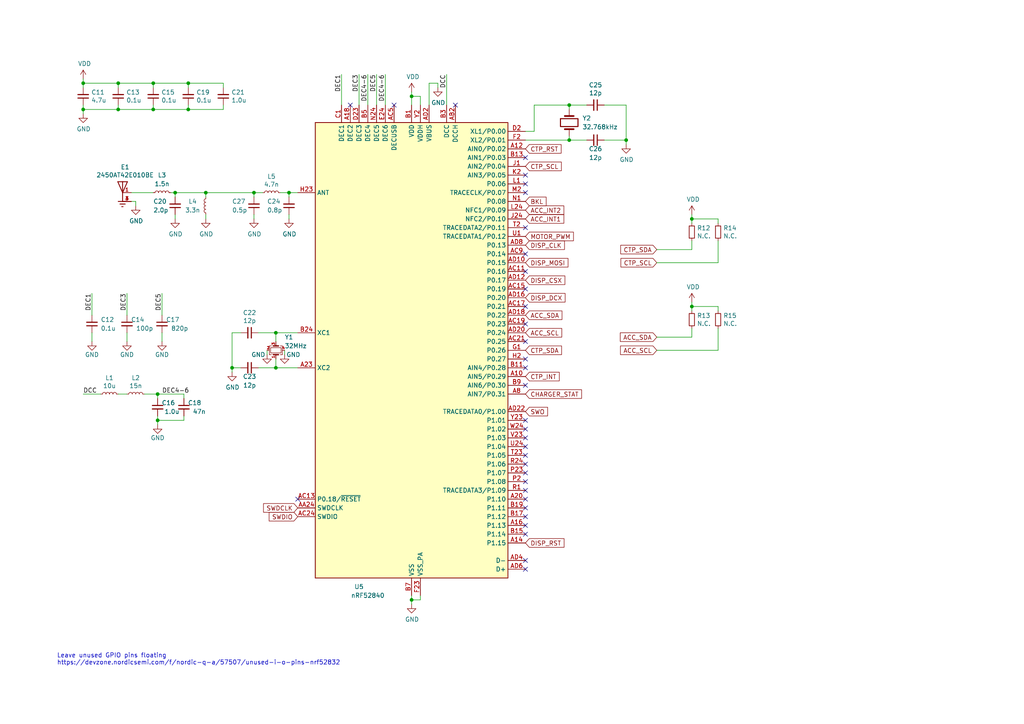
<source format=kicad_sch>
(kicad_sch (version 20230121) (generator eeschema)

  (uuid 476f98c2-e7a9-4839-8254-18f05e2acf7d)

  (paper "A4")

  (title_block
    (title "MCU")
  )

  (lib_symbols
    (symbol "Device:C_Small" (pin_numbers hide) (pin_names (offset 0.254) hide) (in_bom yes) (on_board yes)
      (property "Reference" "C" (at 0.254 1.778 0)
        (effects (font (size 1.27 1.27)) (justify left))
      )
      (property "Value" "C_Small" (at 0.254 -2.032 0)
        (effects (font (size 1.27 1.27)) (justify left))
      )
      (property "Footprint" "" (at 0 0 0)
        (effects (font (size 1.27 1.27)) hide)
      )
      (property "Datasheet" "~" (at 0 0 0)
        (effects (font (size 1.27 1.27)) hide)
      )
      (property "ki_keywords" "capacitor cap" (at 0 0 0)
        (effects (font (size 1.27 1.27)) hide)
      )
      (property "ki_description" "Unpolarized capacitor, small symbol" (at 0 0 0)
        (effects (font (size 1.27 1.27)) hide)
      )
      (property "ki_fp_filters" "C_*" (at 0 0 0)
        (effects (font (size 1.27 1.27)) hide)
      )
      (symbol "C_Small_0_1"
        (polyline
          (pts
            (xy -1.524 -0.508)
            (xy 1.524 -0.508)
          )
          (stroke (width 0.3302) (type default))
          (fill (type none))
        )
        (polyline
          (pts
            (xy -1.524 0.508)
            (xy 1.524 0.508)
          )
          (stroke (width 0.3048) (type default))
          (fill (type none))
        )
      )
      (symbol "C_Small_1_1"
        (pin passive line (at 0 2.54 270) (length 2.032)
          (name "~" (effects (font (size 1.27 1.27))))
          (number "1" (effects (font (size 1.27 1.27))))
        )
        (pin passive line (at 0 -2.54 90) (length 2.032)
          (name "~" (effects (font (size 1.27 1.27))))
          (number "2" (effects (font (size 1.27 1.27))))
        )
      )
    )
    (symbol "Device:Crystal" (pin_numbers hide) (pin_names (offset 1.016) hide) (in_bom yes) (on_board yes)
      (property "Reference" "Y" (at 0 3.81 0)
        (effects (font (size 1.27 1.27)))
      )
      (property "Value" "Crystal" (at 0 -3.81 0)
        (effects (font (size 1.27 1.27)))
      )
      (property "Footprint" "" (at 0 0 0)
        (effects (font (size 1.27 1.27)) hide)
      )
      (property "Datasheet" "~" (at 0 0 0)
        (effects (font (size 1.27 1.27)) hide)
      )
      (property "ki_keywords" "quartz ceramic resonator oscillator" (at 0 0 0)
        (effects (font (size 1.27 1.27)) hide)
      )
      (property "ki_description" "Two pin crystal" (at 0 0 0)
        (effects (font (size 1.27 1.27)) hide)
      )
      (property "ki_fp_filters" "Crystal*" (at 0 0 0)
        (effects (font (size 1.27 1.27)) hide)
      )
      (symbol "Crystal_0_1"
        (rectangle (start -1.143 2.54) (end 1.143 -2.54)
          (stroke (width 0.3048) (type default))
          (fill (type none))
        )
        (polyline
          (pts
            (xy -2.54 0)
            (xy -1.905 0)
          )
          (stroke (width 0) (type default))
          (fill (type none))
        )
        (polyline
          (pts
            (xy -1.905 -1.27)
            (xy -1.905 1.27)
          )
          (stroke (width 0.508) (type default))
          (fill (type none))
        )
        (polyline
          (pts
            (xy 1.905 -1.27)
            (xy 1.905 1.27)
          )
          (stroke (width 0.508) (type default))
          (fill (type none))
        )
        (polyline
          (pts
            (xy 2.54 0)
            (xy 1.905 0)
          )
          (stroke (width 0) (type default))
          (fill (type none))
        )
      )
      (symbol "Crystal_1_1"
        (pin passive line (at -3.81 0 0) (length 1.27)
          (name "1" (effects (font (size 1.27 1.27))))
          (number "1" (effects (font (size 1.27 1.27))))
        )
        (pin passive line (at 3.81 0 180) (length 1.27)
          (name "2" (effects (font (size 1.27 1.27))))
          (number "2" (effects (font (size 1.27 1.27))))
        )
      )
    )
    (symbol "Device:Crystal_GND24_Small" (pin_names (offset 1.016) hide) (in_bom yes) (on_board yes)
      (property "Reference" "Y" (at 1.27 4.445 0)
        (effects (font (size 1.27 1.27)) (justify left))
      )
      (property "Value" "Crystal_GND24_Small" (at 1.27 2.54 0)
        (effects (font (size 1.27 1.27)) (justify left))
      )
      (property "Footprint" "" (at 0 0 0)
        (effects (font (size 1.27 1.27)) hide)
      )
      (property "Datasheet" "~" (at 0 0 0)
        (effects (font (size 1.27 1.27)) hide)
      )
      (property "ki_keywords" "quartz ceramic resonator oscillator" (at 0 0 0)
        (effects (font (size 1.27 1.27)) hide)
      )
      (property "ki_description" "Four pin crystal, GND on pins 2 and 4, small symbol" (at 0 0 0)
        (effects (font (size 1.27 1.27)) hide)
      )
      (property "ki_fp_filters" "Crystal*" (at 0 0 0)
        (effects (font (size 1.27 1.27)) hide)
      )
      (symbol "Crystal_GND24_Small_0_1"
        (rectangle (start -0.762 -1.524) (end 0.762 1.524)
          (stroke (width 0) (type default))
          (fill (type none))
        )
        (polyline
          (pts
            (xy -1.27 -0.762)
            (xy -1.27 0.762)
          )
          (stroke (width 0.381) (type default))
          (fill (type none))
        )
        (polyline
          (pts
            (xy 1.27 -0.762)
            (xy 1.27 0.762)
          )
          (stroke (width 0.381) (type default))
          (fill (type none))
        )
        (polyline
          (pts
            (xy -1.27 -1.27)
            (xy -1.27 -1.905)
            (xy 1.27 -1.905)
            (xy 1.27 -1.27)
          )
          (stroke (width 0) (type default))
          (fill (type none))
        )
        (polyline
          (pts
            (xy -1.27 1.27)
            (xy -1.27 1.905)
            (xy 1.27 1.905)
            (xy 1.27 1.27)
          )
          (stroke (width 0) (type default))
          (fill (type none))
        )
      )
      (symbol "Crystal_GND24_Small_1_1"
        (pin passive line (at -2.54 0 0) (length 1.27)
          (name "1" (effects (font (size 1.27 1.27))))
          (number "1" (effects (font (size 0.762 0.762))))
        )
        (pin passive line (at 0 -2.54 90) (length 0.635)
          (name "2" (effects (font (size 1.27 1.27))))
          (number "2" (effects (font (size 0.762 0.762))))
        )
        (pin passive line (at 2.54 0 180) (length 1.27)
          (name "3" (effects (font (size 1.27 1.27))))
          (number "3" (effects (font (size 0.762 0.762))))
        )
        (pin passive line (at 0 2.54 270) (length 0.635)
          (name "4" (effects (font (size 1.27 1.27))))
          (number "4" (effects (font (size 0.762 0.762))))
        )
      )
    )
    (symbol "Device:L_Small" (pin_numbers hide) (pin_names (offset 0.254) hide) (in_bom yes) (on_board yes)
      (property "Reference" "L" (at 0.762 1.016 0)
        (effects (font (size 1.27 1.27)) (justify left))
      )
      (property "Value" "L_Small" (at 0.762 -1.016 0)
        (effects (font (size 1.27 1.27)) (justify left))
      )
      (property "Footprint" "" (at 0 0 0)
        (effects (font (size 1.27 1.27)) hide)
      )
      (property "Datasheet" "~" (at 0 0 0)
        (effects (font (size 1.27 1.27)) hide)
      )
      (property "ki_keywords" "inductor choke coil reactor magnetic" (at 0 0 0)
        (effects (font (size 1.27 1.27)) hide)
      )
      (property "ki_description" "Inductor, small symbol" (at 0 0 0)
        (effects (font (size 1.27 1.27)) hide)
      )
      (property "ki_fp_filters" "Choke_* *Coil* Inductor_* L_*" (at 0 0 0)
        (effects (font (size 1.27 1.27)) hide)
      )
      (symbol "L_Small_0_1"
        (arc (start 0 -2.032) (mid 0.5058 -1.524) (end 0 -1.016)
          (stroke (width 0) (type default))
          (fill (type none))
        )
        (arc (start 0 -1.016) (mid 0.5058 -0.508) (end 0 0)
          (stroke (width 0) (type default))
          (fill (type none))
        )
        (arc (start 0 0) (mid 0.5058 0.508) (end 0 1.016)
          (stroke (width 0) (type default))
          (fill (type none))
        )
        (arc (start 0 1.016) (mid 0.5058 1.524) (end 0 2.032)
          (stroke (width 0) (type default))
          (fill (type none))
        )
      )
      (symbol "L_Small_1_1"
        (pin passive line (at 0 2.54 270) (length 0.508)
          (name "~" (effects (font (size 1.27 1.27))))
          (number "1" (effects (font (size 1.27 1.27))))
        )
        (pin passive line (at 0 -2.54 90) (length 0.508)
          (name "~" (effects (font (size 1.27 1.27))))
          (number "2" (effects (font (size 1.27 1.27))))
        )
      )
    )
    (symbol "Device:R_Small" (pin_numbers hide) (pin_names (offset 0.254) hide) (in_bom yes) (on_board yes)
      (property "Reference" "R" (at 0.762 0.508 0)
        (effects (font (size 1.27 1.27)) (justify left))
      )
      (property "Value" "R_Small" (at 0.762 -1.016 0)
        (effects (font (size 1.27 1.27)) (justify left))
      )
      (property "Footprint" "" (at 0 0 0)
        (effects (font (size 1.27 1.27)) hide)
      )
      (property "Datasheet" "~" (at 0 0 0)
        (effects (font (size 1.27 1.27)) hide)
      )
      (property "ki_keywords" "R resistor" (at 0 0 0)
        (effects (font (size 1.27 1.27)) hide)
      )
      (property "ki_description" "Resistor, small symbol" (at 0 0 0)
        (effects (font (size 1.27 1.27)) hide)
      )
      (property "ki_fp_filters" "R_*" (at 0 0 0)
        (effects (font (size 1.27 1.27)) hide)
      )
      (symbol "R_Small_0_1"
        (rectangle (start -0.762 1.778) (end 0.762 -1.778)
          (stroke (width 0.2032) (type default))
          (fill (type none))
        )
      )
      (symbol "R_Small_1_1"
        (pin passive line (at 0 2.54 270) (length 0.762)
          (name "~" (effects (font (size 1.27 1.27))))
          (number "1" (effects (font (size 1.27 1.27))))
        )
        (pin passive line (at 0 -2.54 90) (length 0.762)
          (name "~" (effects (font (size 1.27 1.27))))
          (number "2" (effects (font (size 1.27 1.27))))
        )
      )
    )
    (symbol "MCU_Nordic:nRF52840" (in_bom yes) (on_board yes)
      (property "Reference" "U" (at 0 5.08 0)
        (effects (font (size 1.27 1.27)))
      )
      (property "Value" "nRF52840" (at 0 2.54 0)
        (effects (font (size 1.27 1.27)))
      )
      (property "Footprint" "Package_DFN_QFN:Nordic_AQFN-73-1EP_7x7mm_P0.5mm" (at 0 -73.66 0)
        (effects (font (size 1.27 1.27)) hide)
      )
      (property "Datasheet" "http://infocenter.nordicsemi.com/topic/com.nordic.infocenter.nrf52/dita/nrf52/chips/nrf52840.html" (at -16.51 48.26 0)
        (effects (font (size 1.27 1.27)) hide)
      )
      (property "ki_keywords" "MCU, ARM, BLE, ANT, 2.4GHz, 802.15.4" (at 0 0 0)
        (effects (font (size 1.27 1.27)) hide)
      )
      (property "ki_description" "Multiprotocol BLE/ANT/2.4 GHz/802.15.4 Cortex-M4F SoC, AQFN-73" (at 0 0 0)
        (effects (font (size 1.27 1.27)) hide)
      )
      (property "ki_fp_filters" "Nordic*AQFN*1EP*7x7mm*P0.5mm*" (at 0 0 0)
        (effects (font (size 1.27 1.27)) hide)
      )
      (symbol "nRF52840_0_1"
        (rectangle (start -27.94 66.04) (end 27.94 -66.04)
          (stroke (width 0.254) (type default))
          (fill (type background))
        )
      )
      (symbol "nRF52840_1_1"
        (pin bidirectional line (at 33.02 -7.62 180) (length 5.08)
          (name "AIN5/P0.29" (effects (font (size 1.27 1.27))))
          (number "A10" (effects (font (size 1.27 1.27))))
        )
        (pin bidirectional line (at 33.02 58.42 180) (length 5.08)
          (name "AIN0/P0.02" (effects (font (size 1.27 1.27))))
          (number "A12" (effects (font (size 1.27 1.27))))
        )
        (pin bidirectional line (at 33.02 -55.88 180) (length 5.08)
          (name "P1.15" (effects (font (size 1.27 1.27))))
          (number "A14" (effects (font (size 1.27 1.27))))
        )
        (pin bidirectional line (at 33.02 -50.8 180) (length 5.08)
          (name "P1.13" (effects (font (size 1.27 1.27))))
          (number "A16" (effects (font (size 1.27 1.27))))
        )
        (pin passive line (at -17.78 71.12 270) (length 5.08)
          (name "DEC2" (effects (font (size 1.27 1.27))))
          (number "A18" (effects (font (size 1.27 1.27))))
        )
        (pin bidirectional line (at 33.02 -43.18 180) (length 5.08)
          (name "P1.10" (effects (font (size 1.27 1.27))))
          (number "A20" (effects (font (size 1.27 1.27))))
        )
        (pin passive line (at 0 71.12 270) (length 5.08) hide
          (name "VDD" (effects (font (size 1.27 1.27))))
          (number "A22" (effects (font (size 1.27 1.27))))
        )
        (pin input line (at -33.02 -5.08 0) (length 5.08)
          (name "XC2" (effects (font (size 1.27 1.27))))
          (number "A23" (effects (font (size 1.27 1.27))))
        )
        (pin bidirectional line (at 33.02 -12.7 180) (length 5.08)
          (name "AIN7/P0.31" (effects (font (size 1.27 1.27))))
          (number "A8" (effects (font (size 1.27 1.27))))
        )
        (pin input line (at -33.02 -45.72 0) (length 5.08)
          (name "SWDCLK" (effects (font (size 1.27 1.27))))
          (number "AA24" (effects (font (size 1.27 1.27))))
        )
        (pin power_out line (at 12.7 71.12 270) (length 5.08)
          (name "DCCH" (effects (font (size 1.27 1.27))))
          (number "AB2" (effects (font (size 1.27 1.27))))
        )
        (pin bidirectional line (at 33.02 22.86 180) (length 5.08)
          (name "P0.16" (effects (font (size 1.27 1.27))))
          (number "AC11" (effects (font (size 1.27 1.27))))
        )
        (pin bidirectional line (at -33.02 -43.18 0) (length 5.08)
          (name "P0.18/~{RESET}" (effects (font (size 1.27 1.27))))
          (number "AC13" (effects (font (size 1.27 1.27))))
        )
        (pin bidirectional line (at 33.02 17.78 180) (length 5.08)
          (name "P0.19" (effects (font (size 1.27 1.27))))
          (number "AC15" (effects (font (size 1.27 1.27))))
        )
        (pin bidirectional line (at 33.02 12.7 180) (length 5.08)
          (name "P0.21" (effects (font (size 1.27 1.27))))
          (number "AC17" (effects (font (size 1.27 1.27))))
        )
        (pin bidirectional line (at 33.02 7.62 180) (length 5.08)
          (name "P0.23" (effects (font (size 1.27 1.27))))
          (number "AC19" (effects (font (size 1.27 1.27))))
        )
        (pin bidirectional line (at 33.02 2.54 180) (length 5.08)
          (name "P0.25" (effects (font (size 1.27 1.27))))
          (number "AC21" (effects (font (size 1.27 1.27))))
        )
        (pin bidirectional line (at -33.02 -48.26 0) (length 5.08)
          (name "SWDIO" (effects (font (size 1.27 1.27))))
          (number "AC24" (effects (font (size 1.27 1.27))))
        )
        (pin passive line (at -5.08 71.12 270) (length 5.08)
          (name "DECUSB" (effects (font (size 1.27 1.27))))
          (number "AC5" (effects (font (size 1.27 1.27))))
        )
        (pin bidirectional line (at 33.02 27.94 180) (length 5.08)
          (name "P0.14" (effects (font (size 1.27 1.27))))
          (number "AC9" (effects (font (size 1.27 1.27))))
        )
        (pin bidirectional line (at 33.02 25.4 180) (length 5.08)
          (name "P0.15" (effects (font (size 1.27 1.27))))
          (number "AD10" (effects (font (size 1.27 1.27))))
        )
        (pin bidirectional line (at 33.02 20.32 180) (length 5.08)
          (name "P0.17" (effects (font (size 1.27 1.27))))
          (number "AD12" (effects (font (size 1.27 1.27))))
        )
        (pin passive line (at 0 71.12 270) (length 5.08) hide
          (name "VDD" (effects (font (size 1.27 1.27))))
          (number "AD14" (effects (font (size 1.27 1.27))))
        )
        (pin bidirectional line (at 33.02 15.24 180) (length 5.08)
          (name "P0.20" (effects (font (size 1.27 1.27))))
          (number "AD16" (effects (font (size 1.27 1.27))))
        )
        (pin bidirectional line (at 33.02 10.16 180) (length 5.08)
          (name "P0.22" (effects (font (size 1.27 1.27))))
          (number "AD18" (effects (font (size 1.27 1.27))))
        )
        (pin power_in line (at 5.08 71.12 270) (length 5.08)
          (name "VBUS" (effects (font (size 1.27 1.27))))
          (number "AD2" (effects (font (size 1.27 1.27))))
        )
        (pin bidirectional line (at 33.02 5.08 180) (length 5.08)
          (name "P0.24" (effects (font (size 1.27 1.27))))
          (number "AD20" (effects (font (size 1.27 1.27))))
        )
        (pin bidirectional line (at 33.02 -17.78 180) (length 5.08)
          (name "TRACEDATA0/P1.00" (effects (font (size 1.27 1.27))))
          (number "AD22" (effects (font (size 1.27 1.27))))
        )
        (pin passive line (at 0 71.12 270) (length 5.08) hide
          (name "VDD" (effects (font (size 1.27 1.27))))
          (number "AD23" (effects (font (size 1.27 1.27))))
        )
        (pin bidirectional line (at 33.02 -60.96 180) (length 5.08)
          (name "D-" (effects (font (size 1.27 1.27))))
          (number "AD4" (effects (font (size 1.27 1.27))))
        )
        (pin bidirectional line (at 33.02 -63.5 180) (length 5.08)
          (name "D+" (effects (font (size 1.27 1.27))))
          (number "AD6" (effects (font (size 1.27 1.27))))
        )
        (pin bidirectional line (at 33.02 30.48 180) (length 5.08)
          (name "P0.13" (effects (font (size 1.27 1.27))))
          (number "AD8" (effects (font (size 1.27 1.27))))
        )
        (pin power_in line (at 0 71.12 270) (length 5.08)
          (name "VDD" (effects (font (size 1.27 1.27))))
          (number "B1" (effects (font (size 1.27 1.27))))
        )
        (pin bidirectional line (at 33.02 -5.08 180) (length 5.08)
          (name "AIN4/P0.28" (effects (font (size 1.27 1.27))))
          (number "B11" (effects (font (size 1.27 1.27))))
        )
        (pin bidirectional line (at 33.02 55.88 180) (length 5.08)
          (name "AIN1/P0.03" (effects (font (size 1.27 1.27))))
          (number "B13" (effects (font (size 1.27 1.27))))
        )
        (pin bidirectional line (at 33.02 -53.34 180) (length 5.08)
          (name "P1.14" (effects (font (size 1.27 1.27))))
          (number "B15" (effects (font (size 1.27 1.27))))
        )
        (pin bidirectional line (at 33.02 -48.26 180) (length 5.08)
          (name "P1.12" (effects (font (size 1.27 1.27))))
          (number "B17" (effects (font (size 1.27 1.27))))
        )
        (pin bidirectional line (at 33.02 -45.72 180) (length 5.08)
          (name "P1.11" (effects (font (size 1.27 1.27))))
          (number "B19" (effects (font (size 1.27 1.27))))
        )
        (pin input line (at -33.02 5.08 0) (length 5.08)
          (name "XC1" (effects (font (size 1.27 1.27))))
          (number "B24" (effects (font (size 1.27 1.27))))
        )
        (pin power_out line (at 10.16 71.12 270) (length 5.08)
          (name "DCC" (effects (font (size 1.27 1.27))))
          (number "B3" (effects (font (size 1.27 1.27))))
        )
        (pin passive line (at -12.7 71.12 270) (length 5.08)
          (name "DEC4" (effects (font (size 1.27 1.27))))
          (number "B5" (effects (font (size 1.27 1.27))))
        )
        (pin power_in line (at 0 -71.12 90) (length 5.08)
          (name "VSS" (effects (font (size 1.27 1.27))))
          (number "B7" (effects (font (size 1.27 1.27))))
        )
        (pin bidirectional line (at 33.02 -10.16 180) (length 5.08)
          (name "AIN6/P0.30" (effects (font (size 1.27 1.27))))
          (number "B9" (effects (font (size 1.27 1.27))))
        )
        (pin passive line (at -20.32 71.12 270) (length 5.08)
          (name "DEC1" (effects (font (size 1.27 1.27))))
          (number "C1" (effects (font (size 1.27 1.27))))
        )
        (pin bidirectional line (at 33.02 63.5 180) (length 5.08)
          (name "XL1/P0.00" (effects (font (size 1.27 1.27))))
          (number "D2" (effects (font (size 1.27 1.27))))
        )
        (pin passive line (at -15.24 71.12 270) (length 5.08)
          (name "DEC3" (effects (font (size 1.27 1.27))))
          (number "D23" (effects (font (size 1.27 1.27))))
        )
        (pin passive line (at -7.62 71.12 270) (length 5.08)
          (name "DEC6" (effects (font (size 1.27 1.27))))
          (number "E24" (effects (font (size 1.27 1.27))))
        )
        (pin passive line (at 0 -71.12 90) (length 5.08) hide
          (name "VSS" (effects (font (size 1.27 1.27))))
          (number "EP" (effects (font (size 1.27 1.27))))
        )
        (pin bidirectional line (at 33.02 60.96 180) (length 5.08)
          (name "XL2/P0.01" (effects (font (size 1.27 1.27))))
          (number "F2" (effects (font (size 1.27 1.27))))
        )
        (pin power_in line (at 2.54 -71.12 90) (length 5.08)
          (name "VSS_PA" (effects (font (size 1.27 1.27))))
          (number "F23" (effects (font (size 1.27 1.27))))
        )
        (pin bidirectional line (at 33.02 0 180) (length 5.08)
          (name "P0.26" (effects (font (size 1.27 1.27))))
          (number "G1" (effects (font (size 1.27 1.27))))
        )
        (pin bidirectional line (at 33.02 -2.54 180) (length 5.08)
          (name "P0.27" (effects (font (size 1.27 1.27))))
          (number "H2" (effects (font (size 1.27 1.27))))
        )
        (pin passive line (at -33.02 45.72 0) (length 5.08)
          (name "ANT" (effects (font (size 1.27 1.27))))
          (number "H23" (effects (font (size 1.27 1.27))))
        )
        (pin bidirectional line (at 33.02 53.34 180) (length 5.08)
          (name "AIN2/P0.04" (effects (font (size 1.27 1.27))))
          (number "J1" (effects (font (size 1.27 1.27))))
        )
        (pin bidirectional line (at 33.02 38.1 180) (length 5.08)
          (name "NFC2/P0.10" (effects (font (size 1.27 1.27))))
          (number "J24" (effects (font (size 1.27 1.27))))
        )
        (pin bidirectional line (at 33.02 50.8 180) (length 5.08)
          (name "AIN3/P0.05" (effects (font (size 1.27 1.27))))
          (number "K2" (effects (font (size 1.27 1.27))))
        )
        (pin bidirectional line (at 33.02 48.26 180) (length 5.08)
          (name "P0.06" (effects (font (size 1.27 1.27))))
          (number "L1" (effects (font (size 1.27 1.27))))
        )
        (pin bidirectional line (at 33.02 40.64 180) (length 5.08)
          (name "NFC1/P0.09" (effects (font (size 1.27 1.27))))
          (number "L24" (effects (font (size 1.27 1.27))))
        )
        (pin bidirectional line (at 33.02 45.72 180) (length 5.08)
          (name "TRACECLK/P0.07" (effects (font (size 1.27 1.27))))
          (number "M2" (effects (font (size 1.27 1.27))))
        )
        (pin bidirectional line (at 33.02 43.18 180) (length 5.08)
          (name "P0.08" (effects (font (size 1.27 1.27))))
          (number "N1" (effects (font (size 1.27 1.27))))
        )
        (pin passive line (at -10.16 71.12 270) (length 5.08)
          (name "DEC5" (effects (font (size 1.27 1.27))))
          (number "N24" (effects (font (size 1.27 1.27))))
        )
        (pin bidirectional line (at 33.02 -38.1 180) (length 5.08)
          (name "P1.08" (effects (font (size 1.27 1.27))))
          (number "P2" (effects (font (size 1.27 1.27))))
        )
        (pin bidirectional line (at 33.02 -35.56 180) (length 5.08)
          (name "P1.07" (effects (font (size 1.27 1.27))))
          (number "P23" (effects (font (size 1.27 1.27))))
        )
        (pin bidirectional line (at 33.02 -40.64 180) (length 5.08)
          (name "TRACEDATA3/P1.09" (effects (font (size 1.27 1.27))))
          (number "R1" (effects (font (size 1.27 1.27))))
        )
        (pin bidirectional line (at 33.02 -33.02 180) (length 5.08)
          (name "P1.06" (effects (font (size 1.27 1.27))))
          (number "R24" (effects (font (size 1.27 1.27))))
        )
        (pin bidirectional line (at 33.02 35.56 180) (length 5.08)
          (name "TRACEDATA2/P0.11" (effects (font (size 1.27 1.27))))
          (number "T2" (effects (font (size 1.27 1.27))))
        )
        (pin bidirectional line (at 33.02 -30.48 180) (length 5.08)
          (name "P1.05" (effects (font (size 1.27 1.27))))
          (number "T23" (effects (font (size 1.27 1.27))))
        )
        (pin bidirectional line (at 33.02 33.02 180) (length 5.08)
          (name "TRACEDATA1/P0.12" (effects (font (size 1.27 1.27))))
          (number "U1" (effects (font (size 1.27 1.27))))
        )
        (pin bidirectional line (at 33.02 -27.94 180) (length 5.08)
          (name "P1.04" (effects (font (size 1.27 1.27))))
          (number "U24" (effects (font (size 1.27 1.27))))
        )
        (pin bidirectional line (at 33.02 -25.4 180) (length 5.08)
          (name "P1.03" (effects (font (size 1.27 1.27))))
          (number "V23" (effects (font (size 1.27 1.27))))
        )
        (pin passive line (at 0 71.12 270) (length 5.08) hide
          (name "VDD" (effects (font (size 1.27 1.27))))
          (number "W1" (effects (font (size 1.27 1.27))))
        )
        (pin bidirectional line (at 33.02 -22.86 180) (length 5.08)
          (name "P1.02" (effects (font (size 1.27 1.27))))
          (number "W24" (effects (font (size 1.27 1.27))))
        )
        (pin power_in line (at 2.54 71.12 270) (length 5.08)
          (name "VDDH" (effects (font (size 1.27 1.27))))
          (number "Y2" (effects (font (size 1.27 1.27))))
        )
        (pin bidirectional line (at 33.02 -20.32 180) (length 5.08)
          (name "P1.01" (effects (font (size 1.27 1.27))))
          (number "Y23" (effects (font (size 1.27 1.27))))
        )
      )
    )
    (symbol "power:GND" (power) (pin_names (offset 0)) (in_bom yes) (on_board yes)
      (property "Reference" "#PWR" (at 0 -6.35 0)
        (effects (font (size 1.27 1.27)) hide)
      )
      (property "Value" "GND" (at 0 -3.81 0)
        (effects (font (size 1.27 1.27)))
      )
      (property "Footprint" "" (at 0 0 0)
        (effects (font (size 1.27 1.27)) hide)
      )
      (property "Datasheet" "" (at 0 0 0)
        (effects (font (size 1.27 1.27)) hide)
      )
      (property "ki_keywords" "global power" (at 0 0 0)
        (effects (font (size 1.27 1.27)) hide)
      )
      (property "ki_description" "Power symbol creates a global label with name \"GND\" , ground" (at 0 0 0)
        (effects (font (size 1.27 1.27)) hide)
      )
      (symbol "GND_0_1"
        (polyline
          (pts
            (xy 0 0)
            (xy 0 -1.27)
            (xy 1.27 -1.27)
            (xy 0 -2.54)
            (xy -1.27 -1.27)
            (xy 0 -1.27)
          )
          (stroke (width 0) (type default))
          (fill (type none))
        )
      )
      (symbol "GND_1_1"
        (pin power_in line (at 0 0 270) (length 0) hide
          (name "GND" (effects (font (size 1.27 1.27))))
          (number "1" (effects (font (size 1.27 1.27))))
        )
      )
    )
    (symbol "power:VDD" (power) (pin_names (offset 0)) (in_bom yes) (on_board yes)
      (property "Reference" "#PWR" (at 0 -3.81 0)
        (effects (font (size 1.27 1.27)) hide)
      )
      (property "Value" "VDD" (at 0 3.81 0)
        (effects (font (size 1.27 1.27)))
      )
      (property "Footprint" "" (at 0 0 0)
        (effects (font (size 1.27 1.27)) hide)
      )
      (property "Datasheet" "" (at 0 0 0)
        (effects (font (size 1.27 1.27)) hide)
      )
      (property "ki_keywords" "global power" (at 0 0 0)
        (effects (font (size 1.27 1.27)) hide)
      )
      (property "ki_description" "Power symbol creates a global label with name \"VDD\"" (at 0 0 0)
        (effects (font (size 1.27 1.27)) hide)
      )
      (symbol "VDD_0_1"
        (polyline
          (pts
            (xy -0.762 1.27)
            (xy 0 2.54)
          )
          (stroke (width 0) (type default))
          (fill (type none))
        )
        (polyline
          (pts
            (xy 0 0)
            (xy 0 2.54)
          )
          (stroke (width 0) (type default))
          (fill (type none))
        )
        (polyline
          (pts
            (xy 0 2.54)
            (xy 0.762 1.27)
          )
          (stroke (width 0) (type default))
          (fill (type none))
        )
      )
      (symbol "VDD_1_1"
        (pin power_in line (at 0 0 90) (length 0) hide
          (name "VDD" (effects (font (size 1.27 1.27))))
          (number "1" (effects (font (size 1.27 1.27))))
        )
      )
    )
    (symbol "smartwatch:2450AT42E010BE" (pin_names (offset 1.016) hide) (in_bom yes) (on_board yes)
      (property "Reference" "E" (at 2.032 0.762 0)
        (effects (font (size 1.27 1.27)) (justify left bottom))
      )
      (property "Value" "2450AT42E010BE" (at 2.159 -1.016 0)
        (effects (font (size 1.27 1.27)) (justify left bottom))
      )
      (property "Footprint" "XDCR_2450AT42E010BE" (at 0 0 0)
        (effects (font (size 1.27 1.27)) (justify left bottom) hide)
      )
      (property "Datasheet" "" (at 0 0 0)
        (effects (font (size 1.27 1.27)) (justify left bottom) hide)
      )
      (property "MANUFACTURER" "Johanson Technology" (at 0 0 0)
        (effects (font (size 1.27 1.27)) (justify left bottom) hide)
      )
      (property "PARTREV" "1.3" (at 0 0 0)
        (effects (font (size 1.27 1.27)) (justify left bottom) hide)
      )
      (property "MAXIMUM_PACKAGE_HEIGHT" "1.7 mm" (at 0 0 0)
        (effects (font (size 1.27 1.27)) (justify left bottom) hide)
      )
      (property "STANDARD" "Manufacturer Recommendation" (at 0 0 0)
        (effects (font (size 1.27 1.27)) (justify left bottom) hide)
      )
      (property "ki_locked" "" (at 0 0 0)
        (effects (font (size 1.27 1.27)))
      )
      (symbol "2450AT42E010BE_0_0"
        (polyline
          (pts
            (xy -1.397 3.175)
            (xy 0 3.175)
          )
          (stroke (width 0.254) (type solid))
          (fill (type none))
        )
        (polyline
          (pts
            (xy -0.762 -3.302)
            (xy 0.762 -3.302)
          )
          (stroke (width 0.254) (type solid))
          (fill (type none))
        )
        (polyline
          (pts
            (xy -0.127 -4.064)
            (xy 0.254 -4.064)
          )
          (stroke (width 0.254) (type solid))
          (fill (type none))
        )
        (polyline
          (pts
            (xy 0 -2.54)
            (xy -1.27 -2.54)
          )
          (stroke (width 0.254) (type solid))
          (fill (type none))
        )
        (polyline
          (pts
            (xy 0 -2.54)
            (xy 1.27 -2.54)
          )
          (stroke (width 0.254) (type solid))
          (fill (type none))
        )
        (polyline
          (pts
            (xy 0 0)
            (xy -1.397 3.175)
          )
          (stroke (width 0.254) (type solid))
          (fill (type none))
        )
        (polyline
          (pts
            (xy 0 0)
            (xy 0 -2.54)
          )
          (stroke (width 0.254) (type solid))
          (fill (type none))
        )
        (polyline
          (pts
            (xy 0 3.175)
            (xy 0 0)
          )
          (stroke (width 0.254) (type solid))
          (fill (type none))
        )
        (polyline
          (pts
            (xy 0 3.175)
            (xy 1.397 3.175)
          )
          (stroke (width 0.254) (type solid))
          (fill (type none))
        )
        (polyline
          (pts
            (xy 1.397 3.175)
            (xy 0 0)
          )
          (stroke (width 0.254) (type solid))
          (fill (type none))
        )
        (pin passive line (at -2.54 0 0) (length 2.54)
          (name "~" (effects (font (size 1.016 1.016))))
          (number "1" (effects (font (size 1.016 1.016))))
        )
        (pin power_in line (at -2.54 -2.54 0) (length 2.54)
          (name "~" (effects (font (size 1.016 1.016))))
          (number "3" (effects (font (size 1.016 1.016))))
        )
        (pin power_in line (at -2.54 -2.54 0) (length 2.54)
          (name "~" (effects (font (size 1.016 1.016))))
          (number "4" (effects (font (size 1.016 1.016))))
        )
      )
    )
  )

  (junction (at 80.01 106.68) (diameter 0) (color 0 0 0 0)
    (uuid 0138a5b0-50fc-4dd3-a586-fb8a9700249c)
  )
  (junction (at 24.13 24.13) (diameter 0) (color 0 0 0 0)
    (uuid 085980e0-a611-4516-8029-9b280f0e3553)
  )
  (junction (at 44.45 31.75) (diameter 0) (color 0 0 0 0)
    (uuid 0896ff76-765c-465e-a826-e6302009f081)
  )
  (junction (at 50.8 55.88) (diameter 0) (color 0 0 0 0)
    (uuid 1346ffb7-9e28-4873-94c3-206e2f2e8166)
  )
  (junction (at 34.29 31.75) (diameter 0) (color 0 0 0 0)
    (uuid 31bc4f3a-3957-4a54-b358-e46ace3e91bb)
  )
  (junction (at 34.29 24.13) (diameter 0) (color 0 0 0 0)
    (uuid 41ddcbf0-b038-40bb-b442-e466ca34dd1c)
  )
  (junction (at 200.66 63.5) (diameter 0) (color 0 0 0 0)
    (uuid 4570fb0a-2d68-469c-b9e5-30c8354b0dd9)
  )
  (junction (at 165.1 40.64) (diameter 0) (color 0 0 0 0)
    (uuid 476b914f-3e2d-4b9d-8baf-938ee8733e5e)
  )
  (junction (at 45.72 114.3) (diameter 0) (color 0 0 0 0)
    (uuid 5eee2c91-051b-4a5a-9904-64f9ee4bfcbb)
  )
  (junction (at 73.66 55.88) (diameter 0) (color 0 0 0 0)
    (uuid 632e58cc-f42e-48b1-81c0-b3ab4052e6a8)
  )
  (junction (at 54.61 24.13) (diameter 0) (color 0 0 0 0)
    (uuid 65fb45d2-4f9c-404d-aa9b-09cd0d50000c)
  )
  (junction (at 59.69 55.88) (diameter 0) (color 0 0 0 0)
    (uuid 6b8ee284-51d8-4723-b123-3d0fd2c71062)
  )
  (junction (at 67.31 106.68) (diameter 0) (color 0 0 0 0)
    (uuid 724d5577-4112-4d2f-a7c4-4f40d64cb095)
  )
  (junction (at 44.45 24.13) (diameter 0) (color 0 0 0 0)
    (uuid 73246b4e-fae5-47ed-b6dd-ce36f929d7a7)
  )
  (junction (at 54.61 31.75) (diameter 0) (color 0 0 0 0)
    (uuid 75c1ddd1-1ff8-4291-be6c-3f0ad5b1163a)
  )
  (junction (at 181.61 40.64) (diameter 0) (color 0 0 0 0)
    (uuid a01a9b60-5102-4b87-abef-f29dcbb6e0b1)
  )
  (junction (at 119.38 173.99) (diameter 0) (color 0 0 0 0)
    (uuid a60f4e84-73c7-45be-824a-dc1281721bb4)
  )
  (junction (at 45.72 121.92) (diameter 0) (color 0 0 0 0)
    (uuid ba1983d9-9abe-4ccb-aa54-0f6775d4a8dc)
  )
  (junction (at 200.66 88.9) (diameter 0) (color 0 0 0 0)
    (uuid c6d1c645-d619-4ea8-b6ff-fa77970991f0)
  )
  (junction (at 80.01 96.52) (diameter 0) (color 0 0 0 0)
    (uuid c7dcbf5d-581c-4d78-ab8a-c03aa1a4627c)
  )
  (junction (at 24.13 31.75) (diameter 0) (color 0 0 0 0)
    (uuid d24a6811-4d2c-4871-999c-d4014da33af1)
  )
  (junction (at 165.1 30.48) (diameter 0) (color 0 0 0 0)
    (uuid e1eb501f-85e4-44c4-a35b-143c15a33cc5)
  )
  (junction (at 83.82 55.88) (diameter 0) (color 0 0 0 0)
    (uuid e9cdbf3d-31b9-47f8-a5e9-9c032dbd8be6)
  )
  (junction (at 119.38 27.94) (diameter 0) (color 0 0 0 0)
    (uuid ef8332ca-c3ee-4c3f-8b48-fd681b7c282a)
  )

  (no_connect (at 132.08 30.48) (uuid 034f2a00-ac80-437c-874b-13b3fbe9dbee))
  (no_connect (at 86.36 144.78) (uuid 05cfc6ba-295f-462c-9177-cafdb16edde0))
  (no_connect (at 152.4 137.16) (uuid 06f3aca7-b26d-4be5-acf0-f4b8dc04e0b8))
  (no_connect (at 152.4 73.66) (uuid 1c5d03f1-7d72-4aae-8f77-0aef9b18a97f))
  (no_connect (at 152.4 106.68) (uuid 23a5cfe4-4b95-46bc-924b-9ef7bae18fa6))
  (no_connect (at 152.4 78.74) (uuid 28b3e7a0-8141-4f77-841c-f3953c7aa18b))
  (no_connect (at 152.4 104.14) (uuid 2d92a9d4-85ce-44ab-8613-860052961432))
  (no_connect (at 152.4 93.98) (uuid 392da6a0-73e2-4755-a7d3-edd795a88a99))
  (no_connect (at 152.4 55.88) (uuid 39eb778a-f182-4d65-b34f-3ec09346f8d9))
  (no_connect (at 152.4 132.08) (uuid 3cacb1da-8cce-4633-8f09-04ed31087d12))
  (no_connect (at 152.4 111.76) (uuid 5519613b-c4b7-45d4-87f1-cc52a0ea7359))
  (no_connect (at 152.4 45.72) (uuid 5ce09b6d-26d9-4c37-b7bd-0c6723e677b1))
  (no_connect (at 152.4 149.86) (uuid 681c2785-f9b1-496e-9728-258e49bb7cfd))
  (no_connect (at 152.4 152.4) (uuid 73afc480-395a-4ead-9d29-1497f6c31b8a))
  (no_connect (at 152.4 147.32) (uuid 75edaeee-2f78-46b6-8551-68a0d9274f25))
  (no_connect (at 152.4 53.34) (uuid 8644cf45-49a7-403a-b37c-232f3491f1e8))
  (no_connect (at 152.4 124.46) (uuid 8c53a6d7-6929-4afe-9ebc-b5119536b48b))
  (no_connect (at 114.3 30.48) (uuid 9179d57b-44f5-4e14-abe5-6ef2d34f7a14))
  (no_connect (at 152.4 99.06) (uuid 97e6f429-6804-4981-90bc-6282ab3bf3ef))
  (no_connect (at 152.4 50.8) (uuid a3f127ad-1d65-4e57-9315-7d9db755babb))
  (no_connect (at 152.4 83.82) (uuid a5807f23-bb45-4f22-b111-61b0246a8641))
  (no_connect (at 152.4 121.92) (uuid b36f210f-3732-4bc4-918b-407d234b9fbc))
  (no_connect (at 152.4 134.62) (uuid baf375a9-f32d-4821-8309-369e9be48ca2))
  (no_connect (at 152.4 66.04) (uuid c3299557-d170-4db4-ba1d-8ee84397d805))
  (no_connect (at 101.6 30.48) (uuid cec7a728-da92-47b7-b95b-e2106e0b9062))
  (no_connect (at 152.4 129.54) (uuid d095c624-7b03-4634-8f43-7e411f8ded19))
  (no_connect (at 152.4 142.24) (uuid db0542cc-94b1-4448-92fd-788032d58b97))
  (no_connect (at 152.4 154.94) (uuid eb523347-9f08-4238-9914-83c743388772))
  (no_connect (at 152.4 88.9) (uuid f2b3a5b3-ccc1-4210-b117-b8ac8fb3fffe))
  (no_connect (at 152.4 144.78) (uuid f46fc83a-57fa-40f9-a9e2-10c333c906c3))
  (no_connect (at 152.4 162.56) (uuid f60f5f5a-9995-4710-b41b-49c7516b5a1e))
  (no_connect (at 152.4 139.7) (uuid f7005cb9-9c0b-4fd4-9bdb-aed8a468c3c9))
  (no_connect (at 152.4 127) (uuid f7954172-438d-4c91-9c11-9bb7faa246c1))
  (no_connect (at 152.4 165.1) (uuid fcfec6b0-fcbc-49fc-8c9c-b8c9144fb729))

  (wire (pts (xy 36.83 85.09) (xy 36.83 91.44))
    (stroke (width 0) (type default))
    (uuid 059a4727-ae13-47a7-9909-428082b87fef)
  )
  (wire (pts (xy 50.8 55.88) (xy 49.53 55.88))
    (stroke (width 0) (type default))
    (uuid 07b172bc-958f-496c-ac7d-19e34809b044)
  )
  (wire (pts (xy 73.66 63.5) (xy 73.66 62.23))
    (stroke (width 0) (type default))
    (uuid 0cb4fd47-8b6f-4c0c-853b-a8ade292b983)
  )
  (wire (pts (xy 104.14 21.59) (xy 104.14 30.48))
    (stroke (width 0) (type default))
    (uuid 11cfc73f-6249-457d-bb5d-a33dce00a368)
  )
  (wire (pts (xy 165.1 31.75) (xy 165.1 30.48))
    (stroke (width 0) (type default))
    (uuid 11fa7381-c736-49c9-810a-04d79147f5da)
  )
  (wire (pts (xy 74.93 96.52) (xy 80.01 96.52))
    (stroke (width 0) (type default))
    (uuid 13b75e53-4b03-4802-8887-606204f2d28c)
  )
  (wire (pts (xy 165.1 39.37) (xy 165.1 40.64))
    (stroke (width 0) (type default))
    (uuid 1606f5fd-33c8-474f-ba50-0bafb3e2873a)
  )
  (wire (pts (xy 208.28 88.9) (xy 208.28 90.17))
    (stroke (width 0) (type default))
    (uuid 163d6bf5-26ff-4f7f-bcce-464f088ac3d8)
  )
  (wire (pts (xy 119.38 175.26) (xy 119.38 173.99))
    (stroke (width 0) (type default))
    (uuid 1731161f-b978-437b-a3bf-5b28e98b25ce)
  )
  (wire (pts (xy 119.38 30.48) (xy 119.38 27.94))
    (stroke (width 0) (type default))
    (uuid 1a5c81a5-81c3-4f08-a028-2cb6a98d48f2)
  )
  (wire (pts (xy 154.94 38.1) (xy 152.4 38.1))
    (stroke (width 0) (type default))
    (uuid 1c3afbdb-1e70-4539-9bdb-163fe87a3eb9)
  )
  (wire (pts (xy 26.67 85.09) (xy 26.67 91.44))
    (stroke (width 0) (type default))
    (uuid 1cf35582-995e-4c0d-86f6-ec525d5a8213)
  )
  (wire (pts (xy 44.45 30.48) (xy 44.45 31.75))
    (stroke (width 0) (type default))
    (uuid 219ef588-c14b-48cc-a8d8-e04707696af6)
  )
  (wire (pts (xy 190.5 76.2) (xy 208.28 76.2))
    (stroke (width 0) (type default))
    (uuid 24baadd8-2be4-44db-b054-e778ae240a6a)
  )
  (wire (pts (xy 200.66 64.77) (xy 200.66 63.5))
    (stroke (width 0) (type default))
    (uuid 24f872db-4e8d-46d3-b634-4983f1a9f133)
  )
  (wire (pts (xy 80.01 96.52) (xy 80.01 99.06))
    (stroke (width 0) (type default))
    (uuid 285f6d2f-aa11-483f-8e5d-1310b99827c5)
  )
  (wire (pts (xy 69.85 106.68) (xy 67.31 106.68))
    (stroke (width 0) (type default))
    (uuid 295fddc5-7490-4432-89e4-0cc7842b875b)
  )
  (wire (pts (xy 45.72 114.3) (xy 53.34 114.3))
    (stroke (width 0) (type default))
    (uuid 2b8d3584-2dcd-4b6b-9bb4-7a02de29f59d)
  )
  (wire (pts (xy 129.54 30.48) (xy 129.54 21.59))
    (stroke (width 0) (type default))
    (uuid 2d29b7a9-0c05-4505-827b-63210f2942a4)
  )
  (wire (pts (xy 121.92 172.72) (xy 121.92 173.99))
    (stroke (width 0) (type default))
    (uuid 2e525a04-591e-4e37-8e34-5b0c12932f3b)
  )
  (wire (pts (xy 24.13 114.3) (xy 29.21 114.3))
    (stroke (width 0) (type default))
    (uuid 30a2bd9c-0097-4c21-8531-ff2ef0b2252e)
  )
  (wire (pts (xy 165.1 30.48) (xy 170.18 30.48))
    (stroke (width 0) (type default))
    (uuid 333ac855-c42f-40ab-be8c-efb129862d93)
  )
  (wire (pts (xy 54.61 24.13) (xy 64.77 24.13))
    (stroke (width 0) (type default))
    (uuid 3a3ce5d5-dfa7-4609-b5b6-5cbf56e8c0b2)
  )
  (wire (pts (xy 54.61 31.75) (xy 64.77 31.75))
    (stroke (width 0) (type default))
    (uuid 3bfaa2f6-26a7-4899-bf0c-435345e90bb5)
  )
  (wire (pts (xy 26.67 96.52) (xy 26.67 99.06))
    (stroke (width 0) (type default))
    (uuid 3ef1ec65-a4cf-4a9d-abc5-ddd2e8c852d6)
  )
  (wire (pts (xy 69.85 96.52) (xy 67.31 96.52))
    (stroke (width 0) (type default))
    (uuid 40dee96f-044c-4088-bd41-9ba0463de074)
  )
  (wire (pts (xy 44.45 31.75) (xy 34.29 31.75))
    (stroke (width 0) (type default))
    (uuid 41904dd0-7d24-418f-962d-1de7def58400)
  )
  (wire (pts (xy 200.66 97.79) (xy 190.5 97.79))
    (stroke (width 0) (type default))
    (uuid 4202db5e-9b0e-445c-af6b-c490e12768fa)
  )
  (wire (pts (xy 24.13 31.75) (xy 24.13 33.02))
    (stroke (width 0) (type default))
    (uuid 44c1d8ab-9711-4ee2-89f1-0c7e60adcb9c)
  )
  (wire (pts (xy 86.36 55.88) (xy 83.82 55.88))
    (stroke (width 0) (type default))
    (uuid 4a3f547e-daa3-4c6e-bde4-562de45cfdd7)
  )
  (wire (pts (xy 24.13 24.13) (xy 24.13 25.4))
    (stroke (width 0) (type default))
    (uuid 500b06ea-e417-4e14-9b31-18862ebc1091)
  )
  (wire (pts (xy 121.92 27.94) (xy 121.92 30.48))
    (stroke (width 0) (type default))
    (uuid 511cd4bf-3637-46a1-b11b-44fc228b9223)
  )
  (wire (pts (xy 81.28 55.88) (xy 83.82 55.88))
    (stroke (width 0) (type default))
    (uuid 515f9acb-57f4-4dd1-8afb-c8c1b1ba48b2)
  )
  (wire (pts (xy 36.83 96.52) (xy 36.83 99.06))
    (stroke (width 0) (type default))
    (uuid 551b3943-24f6-4420-a9d1-d24113a8c1ad)
  )
  (wire (pts (xy 99.06 21.59) (xy 99.06 30.48))
    (stroke (width 0) (type default))
    (uuid 55fd47ba-6fac-4afa-8ffd-6d6ade6ce2aa)
  )
  (wire (pts (xy 119.38 172.72) (xy 119.38 173.99))
    (stroke (width 0) (type default))
    (uuid 56922ccf-dbba-4595-af6d-2a0ff75f49fd)
  )
  (wire (pts (xy 154.94 30.48) (xy 154.94 38.1))
    (stroke (width 0) (type default))
    (uuid 588c726c-9b04-4c81-ab9b-9fdf36ba8138)
  )
  (wire (pts (xy 208.28 63.5) (xy 208.28 64.77))
    (stroke (width 0) (type default))
    (uuid 59361ebb-c0e6-4db7-ad0f-ec4eb0d8118b)
  )
  (wire (pts (xy 165.1 40.64) (xy 170.18 40.64))
    (stroke (width 0) (type default))
    (uuid 5cc74412-1d18-45ef-bbe6-06a51cb528ac)
  )
  (wire (pts (xy 44.45 24.13) (xy 44.45 25.4))
    (stroke (width 0) (type default))
    (uuid 5e3233e2-2254-43ce-a7c6-a350625ee0e1)
  )
  (wire (pts (xy 46.99 91.44) (xy 46.99 85.09))
    (stroke (width 0) (type default))
    (uuid 5e3f0e4e-dec0-4ca8-b869-80224b796783)
  )
  (wire (pts (xy 127 24.13) (xy 127 25.4))
    (stroke (width 0) (type default))
    (uuid 5ff008c6-c49d-4d8d-97e7-af5c5e62bb3f)
  )
  (wire (pts (xy 200.66 63.5) (xy 208.28 63.5))
    (stroke (width 0) (type default))
    (uuid 6224178d-407c-4762-958d-56553ac10f30)
  )
  (wire (pts (xy 45.72 121.92) (xy 45.72 123.19))
    (stroke (width 0) (type default))
    (uuid 6ad65d58-b59c-44b7-a4fe-d1d1dd72a6f8)
  )
  (wire (pts (xy 82.55 102.87) (xy 82.55 101.6))
    (stroke (width 0) (type default))
    (uuid 6b77d5e9-94f6-45b7-85e4-0da5da9511a4)
  )
  (wire (pts (xy 50.8 63.5) (xy 50.8 62.23))
    (stroke (width 0) (type default))
    (uuid 6e819411-613a-4105-a04c-2b271e3e0616)
  )
  (wire (pts (xy 24.13 30.48) (xy 24.13 31.75))
    (stroke (width 0) (type default))
    (uuid 6f321682-a7a8-4b47-a8c9-1a6e57bfdc11)
  )
  (wire (pts (xy 44.45 24.13) (xy 54.61 24.13))
    (stroke (width 0) (type default))
    (uuid 6fe2c2c8-5589-4ae8-b7d8-a9a375cc0e7c)
  )
  (wire (pts (xy 74.93 106.68) (xy 80.01 106.68))
    (stroke (width 0) (type default))
    (uuid 704dc320-7997-4ef4-9ae8-93936ca7afb2)
  )
  (wire (pts (xy 34.29 114.3) (xy 36.83 114.3))
    (stroke (width 0) (type default))
    (uuid 71ddfb3f-b403-417b-b911-e5a278e3f3c0)
  )
  (wire (pts (xy 53.34 121.92) (xy 53.34 120.65))
    (stroke (width 0) (type default))
    (uuid 754294d1-1e72-4d60-a540-847bc76244b9)
  )
  (wire (pts (xy 45.72 115.57) (xy 45.72 114.3))
    (stroke (width 0) (type default))
    (uuid 75b7b313-2f94-4110-8683-fe78ef9a047f)
  )
  (wire (pts (xy 44.45 55.88) (xy 38.1 55.88))
    (stroke (width 0) (type default))
    (uuid 763dcb17-16fb-4f81-9c6f-8038ffee37bd)
  )
  (wire (pts (xy 73.66 57.15) (xy 73.66 55.88))
    (stroke (width 0) (type default))
    (uuid 781dd05a-757d-451f-b3f0-5f8957c10b53)
  )
  (wire (pts (xy 208.28 76.2) (xy 208.28 69.85))
    (stroke (width 0) (type default))
    (uuid 78818972-401d-4765-9fbf-114120333027)
  )
  (wire (pts (xy 45.72 121.92) (xy 53.34 121.92))
    (stroke (width 0) (type default))
    (uuid 793b2e83-5cc8-46c5-b8ba-b6c454933cea)
  )
  (wire (pts (xy 208.28 95.25) (xy 208.28 101.6))
    (stroke (width 0) (type default))
    (uuid 7a4b8d4b-0d8e-47e1-9966-74ab17d87d5c)
  )
  (wire (pts (xy 59.69 63.5) (xy 59.69 62.23))
    (stroke (width 0) (type default))
    (uuid 7c30237c-8925-4723-9507-99bfa7cdf67b)
  )
  (wire (pts (xy 67.31 96.52) (xy 67.31 106.68))
    (stroke (width 0) (type default))
    (uuid 8214b719-3cdf-41ea-90bb-d7c7182a86bb)
  )
  (wire (pts (xy 200.66 87.63) (xy 200.66 88.9))
    (stroke (width 0) (type default))
    (uuid 82d37cb0-3070-4ac8-94fe-e1046d99aa89)
  )
  (wire (pts (xy 59.69 55.88) (xy 50.8 55.88))
    (stroke (width 0) (type default))
    (uuid 8b6c07e5-4b1e-4c39-bec0-66f34c2d65c5)
  )
  (wire (pts (xy 119.38 27.94) (xy 121.92 27.94))
    (stroke (width 0) (type default))
    (uuid 8c438af5-5567-4f36-b611-b666842a1cff)
  )
  (wire (pts (xy 34.29 24.13) (xy 34.29 25.4))
    (stroke (width 0) (type default))
    (uuid 8f10b28e-cd30-4005-966c-883c6489a0be)
  )
  (wire (pts (xy 165.1 40.64) (xy 152.4 40.64))
    (stroke (width 0) (type default))
    (uuid 9492c629-810a-42f0-976d-c0275b84a251)
  )
  (wire (pts (xy 73.66 55.88) (xy 76.2 55.88))
    (stroke (width 0) (type default))
    (uuid 97db2d27-b032-430e-b8e6-023fcd884e6f)
  )
  (wire (pts (xy 165.1 30.48) (xy 154.94 30.48))
    (stroke (width 0) (type default))
    (uuid 9f10d3eb-4380-470a-af4c-4ec353ee3f24)
  )
  (wire (pts (xy 41.91 114.3) (xy 45.72 114.3))
    (stroke (width 0) (type default))
    (uuid a048fa15-5932-47be-80b2-3800e5800309)
  )
  (wire (pts (xy 46.99 99.06) (xy 46.99 96.52))
    (stroke (width 0) (type default))
    (uuid a53ad5ab-7564-4058-ba24-f634362581b5)
  )
  (wire (pts (xy 121.92 173.99) (xy 119.38 173.99))
    (stroke (width 0) (type default))
    (uuid a7dccff6-54ab-47c1-8119-e66464f8b227)
  )
  (wire (pts (xy 24.13 22.86) (xy 24.13 24.13))
    (stroke (width 0) (type default))
    (uuid a9da1ea7-7082-486c-babc-d92e1b6d16cb)
  )
  (wire (pts (xy 64.77 31.75) (xy 64.77 30.48))
    (stroke (width 0) (type default))
    (uuid adc78bcd-a934-4c9e-9774-d9eebec3e3a6)
  )
  (wire (pts (xy 39.37 58.42) (xy 39.37 59.69))
    (stroke (width 0) (type default))
    (uuid ae812434-5a1a-4859-8657-5ee7b751a79d)
  )
  (wire (pts (xy 190.5 101.6) (xy 208.28 101.6))
    (stroke (width 0) (type default))
    (uuid aff9cf4a-f1e0-4353-8089-e1fa14d5c203)
  )
  (wire (pts (xy 45.72 120.65) (xy 45.72 121.92))
    (stroke (width 0) (type default))
    (uuid b1a0d200-6aff-4827-ac20-8ed6f87760cd)
  )
  (wire (pts (xy 34.29 24.13) (xy 44.45 24.13))
    (stroke (width 0) (type default))
    (uuid b31e122a-7af5-4028-bc7a-166c1d686489)
  )
  (wire (pts (xy 175.26 40.64) (xy 181.61 40.64))
    (stroke (width 0) (type default))
    (uuid b3591440-d068-48f6-94fc-ac356b3006d9)
  )
  (wire (pts (xy 111.76 21.59) (xy 111.76 30.48))
    (stroke (width 0) (type default))
    (uuid b3caea2e-08e4-4709-9f9d-18a5bb391293)
  )
  (wire (pts (xy 80.01 104.14) (xy 80.01 106.68))
    (stroke (width 0) (type default))
    (uuid b71960fa-2f63-459f-a2a8-f4a5e84adce4)
  )
  (wire (pts (xy 175.26 30.48) (xy 181.61 30.48))
    (stroke (width 0) (type default))
    (uuid b7891b5d-ccad-4036-8109-faaa4c35d3c9)
  )
  (wire (pts (xy 124.46 30.48) (xy 124.46 24.13))
    (stroke (width 0) (type default))
    (uuid b81a7ba9-e117-4d22-b9a9-41c4c966918d)
  )
  (wire (pts (xy 50.8 55.88) (xy 50.8 57.15))
    (stroke (width 0) (type default))
    (uuid bad26890-770c-4d18-af36-90e214a9ce31)
  )
  (wire (pts (xy 124.46 24.13) (xy 127 24.13))
    (stroke (width 0) (type default))
    (uuid bc39683a-b5c6-4b98-9e89-726ad2c5bd15)
  )
  (wire (pts (xy 200.66 90.17) (xy 200.66 88.9))
    (stroke (width 0) (type default))
    (uuid bf220fc5-c3f0-435c-a1ad-20a502f62ae4)
  )
  (wire (pts (xy 181.61 30.48) (xy 181.61 40.64))
    (stroke (width 0) (type default))
    (uuid c00c82b9-7667-47be-9af7-a5a621f40752)
  )
  (wire (pts (xy 200.66 97.79) (xy 200.66 95.25))
    (stroke (width 0) (type default))
    (uuid c1541da4-772d-48d5-ad69-05db51b8f9ae)
  )
  (wire (pts (xy 24.13 31.75) (xy 34.29 31.75))
    (stroke (width 0) (type default))
    (uuid c461d805-ad93-4e4f-ac8f-433c49b51e66)
  )
  (wire (pts (xy 80.01 106.68) (xy 86.36 106.68))
    (stroke (width 0) (type default))
    (uuid c6145fdf-9df2-4abc-87a7-e58763794e93)
  )
  (wire (pts (xy 24.13 24.13) (xy 34.29 24.13))
    (stroke (width 0) (type default))
    (uuid ccd5a536-7fcd-4347-ac5d-d0217bec105b)
  )
  (wire (pts (xy 34.29 31.75) (xy 34.29 30.48))
    (stroke (width 0) (type default))
    (uuid cd41309e-1161-4742-9b01-8f66e8d6bdaa)
  )
  (wire (pts (xy 83.82 63.5) (xy 83.82 62.23))
    (stroke (width 0) (type default))
    (uuid cdd68afa-3980-459c-91d2-99f565089981)
  )
  (wire (pts (xy 80.01 96.52) (xy 86.36 96.52))
    (stroke (width 0) (type default))
    (uuid ce38e27a-9b25-49e5-88f9-0ec2c0b2e15f)
  )
  (wire (pts (xy 119.38 26.67) (xy 119.38 27.94))
    (stroke (width 0) (type default))
    (uuid ce78b444-1373-4844-8399-8de353c76e39)
  )
  (wire (pts (xy 200.66 88.9) (xy 208.28 88.9))
    (stroke (width 0) (type default))
    (uuid cfc138f3-f023-4ad0-96b3-2e534b7329a4)
  )
  (wire (pts (xy 200.66 69.85) (xy 200.66 72.39))
    (stroke (width 0) (type default))
    (uuid d4388acc-ba6f-4dae-a39c-4a725eee4c1c)
  )
  (wire (pts (xy 54.61 31.75) (xy 54.61 30.48))
    (stroke (width 0) (type default))
    (uuid d61f2e91-ad0c-492f-9635-81b4922721c7)
  )
  (wire (pts (xy 200.66 62.23) (xy 200.66 63.5))
    (stroke (width 0) (type default))
    (uuid d7182821-6ebe-4da5-b4ff-98bfdc762d51)
  )
  (wire (pts (xy 59.69 55.88) (xy 59.69 57.15))
    (stroke (width 0) (type default))
    (uuid d7a4cc45-0dcb-404c-9300-c0f92e984914)
  )
  (wire (pts (xy 106.68 21.59) (xy 106.68 30.48))
    (stroke (width 0) (type default))
    (uuid dee398e6-e5d9-4841-b459-e8c452558044)
  )
  (wire (pts (xy 83.82 55.88) (xy 83.82 57.15))
    (stroke (width 0) (type default))
    (uuid dfa68ca0-43db-4664-a4b0-643567374e1a)
  )
  (wire (pts (xy 109.22 21.59) (xy 109.22 30.48))
    (stroke (width 0) (type default))
    (uuid e265cd1c-3887-437d-bfd9-c262975fdea1)
  )
  (wire (pts (xy 77.47 101.6) (xy 77.47 102.87))
    (stroke (width 0) (type default))
    (uuid e2e8faad-6151-4275-8604-0ff1ff254288)
  )
  (wire (pts (xy 64.77 24.13) (xy 64.77 25.4))
    (stroke (width 0) (type default))
    (uuid ed7b0cc4-5615-42ce-bc2f-cd2144e5c1c3)
  )
  (wire (pts (xy 59.69 55.88) (xy 73.66 55.88))
    (stroke (width 0) (type default))
    (uuid f0591aa8-ef0b-4043-9811-460aadf0510b)
  )
  (wire (pts (xy 200.66 72.39) (xy 190.5 72.39))
    (stroke (width 0) (type default))
    (uuid f1032561-e215-4824-8647-c78eb06c24a3)
  )
  (wire (pts (xy 53.34 114.3) (xy 53.34 115.57))
    (stroke (width 0) (type default))
    (uuid f4cfb761-2f66-41f3-8c7d-c4554ae5db0a)
  )
  (wire (pts (xy 38.1 58.42) (xy 39.37 58.42))
    (stroke (width 0) (type default))
    (uuid f4ea909a-2fc8-4d2a-b0b5-5fe450a17bce)
  )
  (wire (pts (xy 67.31 106.68) (xy 67.31 107.95))
    (stroke (width 0) (type default))
    (uuid f5d0bd30-eaa0-4dce-b8cd-70d9aab95188)
  )
  (wire (pts (xy 54.61 24.13) (xy 54.61 25.4))
    (stroke (width 0) (type default))
    (uuid f96dedbf-7e29-466f-bb68-4ba436b0863f)
  )
  (wire (pts (xy 44.45 31.75) (xy 54.61 31.75))
    (stroke (width 0) (type default))
    (uuid fd7ab47a-3ddc-4f9e-ad72-6e835c39c52b)
  )
  (wire (pts (xy 181.61 40.64) (xy 181.61 41.91))
    (stroke (width 0) (type default))
    (uuid fdbb1352-1be8-42d0-b3c6-537c889baef1)
  )

  (text "Leave unused GPIO pins floating\nhttps://devzone.nordicsemi.com/f/nordic-q-a/57507/unused-i-o-pins-nrf52832"
    (at 16.51 193.04 0)
    (effects (font (size 1.27 1.27)) (justify left bottom))
    (uuid cb683519-13c9-4105-a193-c4e7a00e9553)
  )

  (label "DEC3" (at 104.14 21.59 270)
    (effects (font (size 1.27 1.27)) (justify right bottom))
    (uuid 025c717d-8562-434c-88a4-6a5adf916266)
  )
  (label "DEC5" (at 46.99 85.09 270)
    (effects (font (size 1.27 1.27)) (justify right bottom))
    (uuid 1e86c978-e370-484c-93f7-0c9da1ee179b)
  )
  (label "DEC1" (at 26.67 85.09 270)
    (effects (font (size 1.27 1.27)) (justify right bottom))
    (uuid 24b196c3-4685-47ed-92e6-b2c06250cdad)
  )
  (label "DEC4-6" (at 111.76 21.59 270)
    (effects (font (size 1.27 1.27)) (justify right bottom))
    (uuid 49557a0a-5514-4ee7-b87c-6eff1f862464)
  )
  (label "DEC1" (at 99.06 21.59 270)
    (effects (font (size 1.27 1.27)) (justify right bottom))
    (uuid 4e86868c-dbbe-4253-8f8b-251c25963ae8)
  )
  (label "DEC4-6" (at 106.68 21.59 270)
    (effects (font (size 1.27 1.27)) (justify right bottom))
    (uuid 522b50fd-7310-4aa8-a210-5cbb54d82003)
  )
  (label "DCC" (at 24.13 114.3 0)
    (effects (font (size 1.27 1.27)) (justify left bottom))
    (uuid 6fdbcec6-73c4-4395-b7b4-caaae41803b7)
  )
  (label "DEC5" (at 109.22 21.59 270)
    (effects (font (size 1.27 1.27)) (justify right bottom))
    (uuid b68424ae-a36b-4f38-8efb-a512fd277754)
  )
  (label "DCC" (at 129.54 21.59 270)
    (effects (font (size 1.27 1.27)) (justify right bottom))
    (uuid c0c61b32-287b-4438-a309-385b65db6f15)
  )
  (label "DEC3" (at 36.83 85.09 270)
    (effects (font (size 1.27 1.27)) (justify right bottom))
    (uuid ca954546-4150-4b5a-89e1-b46cf57dfb2e)
  )
  (label "DEC4-6" (at 46.99 114.3 0)
    (effects (font (size 1.27 1.27)) (justify left bottom))
    (uuid f092a0d6-08a4-44e3-a65f-a5f260131e48)
  )

  (global_label "CTP_SCL" (shape input) (at 190.5 76.2 180)
    (effects (font (size 1.27 1.27)) (justify right))
    (uuid 2c9539dc-21eb-45ac-b808-0c8ec4312e64)
    (property "Intersheetrefs" "${INTERSHEET_REFS}" (at 190.5 76.2 0)
      (effects (font (size 1.27 1.27)) hide)
    )
  )
  (global_label "CTP_SCL" (shape input) (at 152.4 48.26 0)
    (effects (font (size 1.27 1.27)) (justify left))
    (uuid 2cf0b4af-ba51-4a64-aaa5-7232762e7518)
    (property "Intersheetrefs" "${INTERSHEET_REFS}" (at 152.4 48.26 0)
      (effects (font (size 1.27 1.27)) hide)
    )
  )
  (global_label "ACC_SCL" (shape input) (at 152.4 96.52 0)
    (effects (font (size 1.27 1.27)) (justify left))
    (uuid 2e54ba0a-fd9e-422c-92d1-a4e56fad55a2)
    (property "Intersheetrefs" "${INTERSHEET_REFS}" (at 152.4 96.52 0)
      (effects (font (size 1.27 1.27)) hide)
    )
  )
  (global_label "CTP_SDA" (shape input) (at 190.5 72.39 180)
    (effects (font (size 1.27 1.27)) (justify right))
    (uuid 3f80668d-bed1-4434-8cbb-15b0b06bfc7e)
    (property "Intersheetrefs" "${INTERSHEET_REFS}" (at 190.5 72.39 0)
      (effects (font (size 1.27 1.27)) hide)
    )
  )
  (global_label "DISP_CLK" (shape input) (at 152.4 71.12 0)
    (effects (font (size 1.27 1.27)) (justify left))
    (uuid 4078cfed-4239-4c1e-b76d-df2a6f7fae28)
    (property "Intersheetrefs" "${INTERSHEET_REFS}" (at 152.4 71.12 0)
      (effects (font (size 1.27 1.27)) hide)
    )
  )
  (global_label "SWO" (shape input) (at 152.4 119.38 0)
    (effects (font (size 1.27 1.27)) (justify left))
    (uuid 51604ad3-472a-42e6-8e2e-52c4ccf63fed)
    (property "Intersheetrefs" "${INTERSHEET_REFS}" (at 152.4 119.38 0)
      (effects (font (size 1.27 1.27)) hide)
    )
  )
  (global_label "CTP_SDA" (shape input) (at 152.4 101.6 0)
    (effects (font (size 1.27 1.27)) (justify left))
    (uuid 58f68af3-e471-420e-9e26-a8783d7d672e)
    (property "Intersheetrefs" "${INTERSHEET_REFS}" (at 152.4 101.6 0)
      (effects (font (size 1.27 1.27)) hide)
    )
  )
  (global_label "DISP_MOSI" (shape input) (at 152.4 76.2 0)
    (effects (font (size 1.27 1.27)) (justify left))
    (uuid 647a2e29-a083-43ca-b9b2-870b05c078d1)
    (property "Intersheetrefs" "${INTERSHEET_REFS}" (at 152.4 76.2 0)
      (effects (font (size 1.27 1.27)) hide)
    )
  )
  (global_label "CTP_RST" (shape input) (at 152.4 43.18 0)
    (effects (font (size 1.27 1.27)) (justify left))
    (uuid 7f14d728-5d93-40d4-b967-43b36c94a4dc)
    (property "Intersheetrefs" "${INTERSHEET_REFS}" (at 152.4 43.18 0)
      (effects (font (size 1.27 1.27)) hide)
    )
  )
  (global_label "DISP_CSX" (shape input) (at 152.4 81.28 0)
    (effects (font (size 1.27 1.27)) (justify left))
    (uuid 89f92fd2-6c5f-4c9a-a802-14012aa8e804)
    (property "Intersheetrefs" "${INTERSHEET_REFS}" (at 152.4 81.28 0)
      (effects (font (size 1.27 1.27)) hide)
    )
  )
  (global_label "ACC_INT2" (shape input) (at 152.4 60.96 0)
    (effects (font (size 1.27 1.27)) (justify left))
    (uuid a40da886-ae26-4dd6-8fe2-8587f7179c08)
    (property "Intersheetrefs" "${INTERSHEET_REFS}" (at 152.4 60.96 0)
      (effects (font (size 1.27 1.27)) hide)
    )
  )
  (global_label "SWDCLK" (shape input) (at 86.36 147.32 180)
    (effects (font (size 1.27 1.27)) (justify right))
    (uuid a5d616c7-a14e-4078-8d79-dfba7875c579)
    (property "Intersheetrefs" "${INTERSHEET_REFS}" (at 86.36 147.32 0)
      (effects (font (size 1.27 1.27)) hide)
    )
  )
  (global_label "CHARGER_STAT" (shape input) (at 152.4 114.3 0)
    (effects (font (size 1.27 1.27)) (justify left))
    (uuid a668580e-f16e-4968-b51e-4b2f52d07a62)
    (property "Intersheetrefs" "${INTERSHEET_REFS}" (at 152.4 114.3 0)
      (effects (font (size 1.27 1.27)) hide)
    )
  )
  (global_label "ACC_SCL" (shape input) (at 190.5 101.6 180)
    (effects (font (size 1.27 1.27)) (justify right))
    (uuid a8e74370-e349-4cc8-80a1-8504e11d101a)
    (property "Intersheetrefs" "${INTERSHEET_REFS}" (at 190.5 101.6 0)
      (effects (font (size 1.27 1.27)) hide)
    )
  )
  (global_label "CTP_INT" (shape input) (at 152.4 109.22 0)
    (effects (font (size 1.27 1.27)) (justify left))
    (uuid aab6bb11-99a0-4b4e-810a-b6b3e689fedf)
    (property "Intersheetrefs" "${INTERSHEET_REFS}" (at 152.4 109.22 0)
      (effects (font (size 1.27 1.27)) hide)
    )
  )
  (global_label "DISP_RST" (shape input) (at 152.4 157.48 0)
    (effects (font (size 1.27 1.27)) (justify left))
    (uuid c193b8f3-5d10-4448-845e-e82d032b8151)
    (property "Intersheetrefs" "${INTERSHEET_REFS}" (at 152.4 157.48 0)
      (effects (font (size 1.27 1.27)) hide)
    )
  )
  (global_label "ACC_SDA" (shape input) (at 152.4 91.44 0)
    (effects (font (size 1.27 1.27)) (justify left))
    (uuid c5c307a3-3871-4b2e-b4fd-ef0f20da5d82)
    (property "Intersheetrefs" "${INTERSHEET_REFS}" (at 152.4 91.44 0)
      (effects (font (size 1.27 1.27)) hide)
    )
  )
  (global_label "ACC_INT1" (shape input) (at 152.4 63.5 0)
    (effects (font (size 1.27 1.27)) (justify left))
    (uuid d04a89b6-4c74-490b-8453-2bb2d673d169)
    (property "Intersheetrefs" "${INTERSHEET_REFS}" (at 152.4 63.5 0)
      (effects (font (size 1.27 1.27)) hide)
    )
  )
  (global_label "ACC_SDA" (shape input) (at 190.5 97.79 180)
    (effects (font (size 1.27 1.27)) (justify right))
    (uuid d7621462-6de2-475e-85a5-cc4b2b5d5870)
    (property "Intersheetrefs" "${INTERSHEET_REFS}" (at 190.5 97.79 0)
      (effects (font (size 1.27 1.27)) hide)
    )
  )
  (global_label "BKL" (shape input) (at 152.4 58.42 0)
    (effects (font (size 1.27 1.27)) (justify left))
    (uuid d7a0a666-45b7-4105-8421-55d83d4c7831)
    (property "Intersheetrefs" "${INTERSHEET_REFS}" (at 152.4 58.42 0)
      (effects (font (size 1.27 1.27)) hide)
    )
  )
  (global_label "SWDIO" (shape input) (at 86.36 149.86 180)
    (effects (font (size 1.27 1.27)) (justify right))
    (uuid da394087-7857-484e-bb19-cf51b339d374)
    (property "Intersheetrefs" "${INTERSHEET_REFS}" (at 86.36 149.86 0)
      (effects (font (size 1.27 1.27)) hide)
    )
  )
  (global_label "DISP_DCX" (shape input) (at 152.4 86.36 0)
    (effects (font (size 1.27 1.27)) (justify left))
    (uuid e99d9c4d-b21a-47ea-84b8-0358bd89aad6)
    (property "Intersheetrefs" "${INTERSHEET_REFS}" (at 152.4 86.36 0)
      (effects (font (size 1.27 1.27)) hide)
    )
  )
  (global_label "MOTOR_PWM" (shape input) (at 152.4 68.58 0)
    (effects (font (size 1.27 1.27)) (justify left))
    (uuid fd446b44-ccce-49fc-8725-b9cc3d86cc60)
    (property "Intersheetrefs" "${INTERSHEET_REFS}" (at 152.4 68.58 0)
      (effects (font (size 1.27 1.27)) hide)
    )
  )

  (symbol (lib_id "smartwatch:2450AT42E010BE") (at 35.56 55.88 0) (mirror y) (unit 1)
    (in_bom yes) (on_board yes) (dnp no)
    (uuid 00000000-0000-0000-0000-000060c50afd)
    (property "Reference" "E1" (at 36.2966 48.4632 0)
      (effects (font (size 1.27 1.27)))
    )
    (property "Value" "2450AT42E010BE" (at 36.2966 50.7746 0)
      (effects (font (size 1.27 1.27)))
    )
    (property "Footprint" "smartwatch:XDCR_2450AT42E010BE" (at 35.56 55.88 0)
      (effects (font (size 1.27 1.27)) (justify left bottom) hide)
    )
    (property "Datasheet" "" (at 35.56 55.88 0)
      (effects (font (size 1.27 1.27)) (justify left bottom) hide)
    )
    (property "MANUFACTURER" "Johanson Technology" (at 35.56 55.88 0)
      (effects (font (size 1.27 1.27)) (justify left bottom) hide)
    )
    (property "PARTREV" "1.3" (at 35.56 55.88 0)
      (effects (font (size 1.27 1.27)) (justify left bottom) hide)
    )
    (property "MAXIMUM_PACKAGE_HEIGHT" "1.7 mm" (at 35.56 55.88 0)
      (effects (font (size 1.27 1.27)) (justify left bottom) hide)
    )
    (property "STANDARD" "Manufacturer Recommendation" (at 35.56 55.88 0)
      (effects (font (size 1.27 1.27)) (justify left bottom) hide)
    )
    (pin "1" (uuid 996f0539-17b1-43d4-9b3b-acbafc157a63))
    (pin "3" (uuid b9f2b72b-889b-4ac2-a9a3-3741041b26fc))
    (pin "4" (uuid 78e48139-8e24-48ad-bf20-a848a1c7d846))
    (instances
      (project "SmartWatch"
        (path "/6a040108-939a-4ebd-8207-895e1f432dc7/00000000-0000-0000-0000-000060c3edff"
          (reference "E1") (unit 1)
        )
      )
    )
  )

  (symbol (lib_id "Device:L_Small") (at 59.69 59.69 180) (unit 1)
    (in_bom yes) (on_board yes) (dnp no)
    (uuid 00000000-0000-0000-0000-000060c56ee4)
    (property "Reference" "L4" (at 55.88 58.42 0)
      (effects (font (size 1.27 1.27)))
    )
    (property "Value" "3.3n" (at 55.88 60.96 0)
      (effects (font (size 1.27 1.27)))
    )
    (property "Footprint" "Inductor_SMD:L_0402_1005Metric" (at 59.69 59.69 0)
      (effects (font (size 1.27 1.27)) hide)
    )
    (property "Datasheet" "~" (at 59.69 59.69 0)
      (effects (font (size 1.27 1.27)) hide)
    )
    (pin "1" (uuid 0bac5701-8746-4660-9a79-c681e7353960))
    (pin "2" (uuid f660cbc3-48f8-4c01-ba4e-c4cb28cfc4e9))
    (instances
      (project "SmartWatch"
        (path "/6a040108-939a-4ebd-8207-895e1f432dc7/00000000-0000-0000-0000-000060c3edff"
          (reference "L4") (unit 1)
        )
      )
    )
  )

  (symbol (lib_id "Device:C_Small") (at 50.8 59.69 180) (unit 1)
    (in_bom yes) (on_board yes) (dnp no)
    (uuid 00000000-0000-0000-0000-000060c579a0)
    (property "Reference" "C20" (at 44.45 58.42 0)
      (effects (font (size 1.27 1.27)) (justify right))
    )
    (property "Value" "2.0p" (at 44.45 60.96 0)
      (effects (font (size 1.27 1.27)) (justify right))
    )
    (property "Footprint" "Capacitor_SMD:C_0402_1005Metric" (at 50.8 59.69 0)
      (effects (font (size 1.27 1.27)) hide)
    )
    (property "Datasheet" "~" (at 50.8 59.69 0)
      (effects (font (size 1.27 1.27)) hide)
    )
    (pin "1" (uuid cb524053-4764-4094-bbfd-665b5e8da1e8))
    (pin "2" (uuid a19e41e0-411a-4853-8c16-113f8effe7ef))
    (instances
      (project "SmartWatch"
        (path "/6a040108-939a-4ebd-8207-895e1f432dc7/00000000-0000-0000-0000-000060c3edff"
          (reference "C20") (unit 1)
        )
      )
    )
  )

  (symbol (lib_id "Device:L_Small") (at 46.99 55.88 90) (unit 1)
    (in_bom yes) (on_board yes) (dnp no)
    (uuid 00000000-0000-0000-0000-000060c587be)
    (property "Reference" "L3" (at 46.99 50.8 90)
      (effects (font (size 1.27 1.27)))
    )
    (property "Value" "1.5n" (at 46.99 53.34 90)
      (effects (font (size 1.27 1.27)))
    )
    (property "Footprint" "Inductor_SMD:L_0402_1005Metric" (at 46.99 55.88 0)
      (effects (font (size 1.27 1.27)) hide)
    )
    (property "Datasheet" "~" (at 46.99 55.88 0)
      (effects (font (size 1.27 1.27)) hide)
    )
    (pin "1" (uuid 78d4621e-461a-4428-b418-d36df01eafe2))
    (pin "2" (uuid 2c644448-dea5-4d81-bb49-78d2c196ea8c))
    (instances
      (project "SmartWatch"
        (path "/6a040108-939a-4ebd-8207-895e1f432dc7/00000000-0000-0000-0000-000060c3edff"
          (reference "L3") (unit 1)
        )
      )
    )
  )

  (symbol (lib_id "power:GND") (at 39.37 59.69 0) (unit 1)
    (in_bom yes) (on_board yes) (dnp no)
    (uuid 00000000-0000-0000-0000-000060c5c533)
    (property "Reference" "#PWR046" (at 39.37 66.04 0)
      (effects (font (size 1.27 1.27)) hide)
    )
    (property "Value" "GND" (at 39.497 64.0842 0)
      (effects (font (size 1.27 1.27)))
    )
    (property "Footprint" "" (at 39.37 59.69 0)
      (effects (font (size 1.27 1.27)) hide)
    )
    (property "Datasheet" "" (at 39.37 59.69 0)
      (effects (font (size 1.27 1.27)) hide)
    )
    (pin "1" (uuid 52ebd26a-dce3-4983-8f1e-2bc8c02ccf7c))
  )

  (symbol (lib_id "MCU_Nordic:nRF52840") (at 119.38 101.6 0) (unit 1)
    (in_bom yes) (on_board yes) (dnp no)
    (uuid 00000000-0000-0000-0000-000060c5e184)
    (property "Reference" "U5" (at 104.14 170.18 0)
      (effects (font (size 1.27 1.27)))
    )
    (property "Value" "nRF52840" (at 106.68 172.72 0)
      (effects (font (size 1.27 1.27)))
    )
    (property "Footprint" "Package_DFN_QFN:Nordic_AQFN-73-1EP_7x7mm_P0.5mm" (at 119.38 175.26 0)
      (effects (font (size 1.27 1.27)) hide)
    )
    (property "Datasheet" "http://infocenter.nordicsemi.com/topic/com.nordic.infocenter.nrf52/dita/nrf52/chips/nrf52840.html" (at 102.87 53.34 0)
      (effects (font (size 1.27 1.27)) hide)
    )
    (pin "A10" (uuid 2d9b2dba-f27b-4801-ba18-7485f50d3577))
    (pin "A12" (uuid 70dafa69-ce1b-4281-9f44-8a456d8b39f2))
    (pin "A14" (uuid 7a6584e8-bd89-43d5-a151-c8d0b1393747))
    (pin "A16" (uuid 9e5c6129-aaec-401c-9b74-954a5299ef99))
    (pin "A18" (uuid 71eb3d3d-9180-4b5b-8624-5091f2af02f3))
    (pin "A20" (uuid f64ccfbb-d9d0-41d1-9656-7f741f1129bf))
    (pin "A22" (uuid ca06d9a4-cfce-49d3-a89c-2dc14a724158))
    (pin "A23" (uuid 02b50800-8d34-4f5c-bab4-de04f1b43ea3))
    (pin "A8" (uuid 845113cd-77f6-4566-8fd9-3cddf6db8781))
    (pin "AA24" (uuid 8d0313d5-9c3b-4c57-bd62-c32ebbfb34e9))
    (pin "AB2" (uuid b90f8465-88ed-4e63-9679-3ad49d997299))
    (pin "AC11" (uuid 8e893534-0c0d-4291-9f4b-4e68760db9f9))
    (pin "AC13" (uuid d8550d3f-093d-462f-961b-c298f4e4f02e))
    (pin "AC15" (uuid 978e7d8b-5435-4fa4-b7e8-5c7ca863715b))
    (pin "AC17" (uuid 96d31dcd-fa70-4505-877e-fe8240b5c5ee))
    (pin "AC19" (uuid bd4d0834-e92b-485a-887c-d0f2da804182))
    (pin "AC21" (uuid 433ccdc2-c09f-4fe1-9a10-ccde734e2722))
    (pin "AC24" (uuid 44259eb5-7350-417f-8427-fcd2d79851af))
    (pin "AC5" (uuid c5889bca-f1ea-45dc-a315-802dd550bbb1))
    (pin "AC9" (uuid c520a9f0-0925-4ffc-a2c3-ac483c4ee4af))
    (pin "AD10" (uuid c8dde17b-e7a9-4dbc-a938-6d36637777f3))
    (pin "AD12" (uuid 7da55dc2-ce5a-4d25-8c40-3b2a138a93e9))
    (pin "AD14" (uuid c4a9a840-3e30-45ac-b6a5-8ddc0bfff8d8))
    (pin "AD16" (uuid 119bbf0b-2b47-41d4-800c-87198e46dc1f))
    (pin "AD18" (uuid db34c240-6fe2-41eb-9e33-217827499fdc))
    (pin "AD2" (uuid bf9bbbd4-b376-4fc5-8a30-94989246a3ae))
    (pin "AD20" (uuid 9ee5cbdc-20a8-4e58-ac18-6430374bb67d))
    (pin "AD22" (uuid c2afa42a-0ec2-4b9f-9b8f-7903ef3fd9c3))
    (pin "AD23" (uuid 1f13edb5-dbc7-45ee-836b-b2251a18ded0))
    (pin "AD4" (uuid ee4b3dd1-93ec-42fd-9705-cbd3292b32cb))
    (pin "AD6" (uuid b4f46752-33df-4e49-9074-93aa875acae8))
    (pin "AD8" (uuid 1a0bba25-07f9-4b3d-a0da-947dbbd54f95))
    (pin "B1" (uuid ba828747-5518-4fc8-8e42-fe72560b6351))
    (pin "B11" (uuid b748233a-6640-4be1-83ea-2bc542a9aa50))
    (pin "B13" (uuid 572e2d79-7bb7-4a41-8e48-f673657ae75e))
    (pin "B15" (uuid 856a6004-5be6-401c-ac0a-b5db09163ed9))
    (pin "B17" (uuid 25eb4ec5-f45c-4599-b940-65f23e096087))
    (pin "B19" (uuid e94ae8ac-4433-4e4e-8c71-b5f38141cf15))
    (pin "B24" (uuid cd590dd8-2848-4d68-ad4a-f03351e651c0))
    (pin "B3" (uuid b003df31-bb9c-4d6c-bdb4-846d1f3afc73))
    (pin "B5" (uuid fc1a5cdf-dbe7-4f84-8590-646aa06b36c9))
    (pin "B7" (uuid a0aca3d2-84d4-4963-a9a1-6bdecd33b19b))
    (pin "B9" (uuid c1c624e5-c80d-47ba-bacd-5c1823e6d9df))
    (pin "C1" (uuid 05f0a632-e6a8-4325-9e79-00c7b3919307))
    (pin "D2" (uuid cd02957b-5287-445b-aa9e-2aa007e6cb5d))
    (pin "D23" (uuid cf5ff898-5436-4448-9384-fdc0405c3aea))
    (pin "E24" (uuid 6a5e3183-3cde-4e7c-b349-5733ddcafa54))
    (pin "EP" (uuid a9dafa2f-8882-44a3-9b69-3b295a7f4ad8))
    (pin "F2" (uuid 54bcc109-de9d-4ae7-bc4b-f298833e4a3a))
    (pin "F23" (uuid 1577848b-b2b1-4eba-bb82-fc2217af2d99))
    (pin "G1" (uuid 0195a0d4-ba68-4447-8501-48a99ac62ad6))
    (pin "H2" (uuid 89286d6f-906d-48e6-95d6-9a7033f9d649))
    (pin "H23" (uuid 85db4e1d-8c35-4341-bf47-9aef6620a045))
    (pin "J1" (uuid e3bfd912-06e7-4e75-91b2-e0efdb6d0568))
    (pin "J24" (uuid 85367f64-0281-4335-b82b-aaccf4ebcbb8))
    (pin "K2" (uuid 2a1a2771-03d2-4ab7-86e9-8528c7d6e89c))
    (pin "L1" (uuid 4b8bc395-8388-4b69-9429-192cdadb55cc))
    (pin "L24" (uuid 42bff63c-640c-4108-9ea9-93360609bd2e))
    (pin "M2" (uuid e20d2981-4806-4a1b-9f4e-b5779f37bf22))
    (pin "N1" (uuid 4582d0da-d2d2-4b06-b819-ea07b3b6802a))
    (pin "N24" (uuid 46c3854f-5df3-4824-80a8-d9c876e74ab0))
    (pin "P2" (uuid fde329db-ad64-4194-a401-34dfb1e1bb62))
    (pin "P23" (uuid fc1c0a54-6cb4-4b21-a2f5-f05f1ee9e053))
    (pin "R1" (uuid 12283b7c-4f76-45c1-ac9c-36041fcb6299))
    (pin "R24" (uuid 7bed1a37-9693-488b-bb5a-b4b16e94992a))
    (pin "T2" (uuid bff8cefe-6824-4f23-b2a0-2aa7b0caaf8a))
    (pin "T23" (uuid 5529a861-8cc4-430d-a113-3f9f8ab8e25f))
    (pin "U1" (uuid 01aee4e1-66fa-4627-a794-75ce519b553b))
    (pin "U24" (uuid 56604b15-fc59-48ae-815f-cc5136d77680))
    (pin "V23" (uuid 222a9943-0872-486a-a4cb-0de0122fd873))
    (pin "W1" (uuid e8e02a60-722d-44e2-b63d-422148c98947))
    (pin "W24" (uuid f0f34018-3794-4cf2-8224-9d05f9078a85))
    (pin "Y2" (uuid 9db18752-326d-4119-8acc-20713e81b02d))
    (pin "Y23" (uuid 5c6dd929-bdb8-4ce8-b824-9d0bef14a735))
    (instances
      (project "SmartWatch"
        (path "/6a040108-939a-4ebd-8207-895e1f432dc7/00000000-0000-0000-0000-000060c3edff"
          (reference "U5") (unit 1)
        )
      )
    )
  )

  (symbol (lib_id "Device:C_Small") (at 72.39 96.52 270) (unit 1)
    (in_bom yes) (on_board yes) (dnp no)
    (uuid 00000000-0000-0000-0000-000060c65337)
    (property "Reference" "C22" (at 72.39 90.7034 90)
      (effects (font (size 1.27 1.27)))
    )
    (property "Value" "12p" (at 72.39 93.0148 90)
      (effects (font (size 1.27 1.27)))
    )
    (property "Footprint" "Capacitor_SMD:C_0402_1005Metric" (at 72.39 96.52 0)
      (effects (font (size 1.27 1.27)) hide)
    )
    (property "Datasheet" "~" (at 72.39 96.52 0)
      (effects (font (size 1.27 1.27)) hide)
    )
    (pin "1" (uuid 7a7aa51a-78b9-4401-93c0-75e7f0f47aa9))
    (pin "2" (uuid 65287f1c-f109-40b6-a802-a1da4e1e85bc))
    (instances
      (project "SmartWatch"
        (path "/6a040108-939a-4ebd-8207-895e1f432dc7/00000000-0000-0000-0000-000060c3edff"
          (reference "C22") (unit 1)
        )
      )
    )
  )

  (symbol (lib_id "Device:C_Small") (at 72.39 106.68 270) (unit 1)
    (in_bom yes) (on_board yes) (dnp no)
    (uuid 00000000-0000-0000-0000-000060c6578e)
    (property "Reference" "C23" (at 72.39 109.22 90)
      (effects (font (size 1.27 1.27)))
    )
    (property "Value" "12p" (at 72.39 111.76 90)
      (effects (font (size 1.27 1.27)))
    )
    (property "Footprint" "Capacitor_SMD:C_0402_1005Metric" (at 72.39 106.68 0)
      (effects (font (size 1.27 1.27)) hide)
    )
    (property "Datasheet" "~" (at 72.39 106.68 0)
      (effects (font (size 1.27 1.27)) hide)
    )
    (pin "1" (uuid 81f16317-6e63-4367-b1b5-fe0ffce56c34))
    (pin "2" (uuid 70b115f0-859a-4a93-8d32-0b2e011f54c2))
    (instances
      (project "SmartWatch"
        (path "/6a040108-939a-4ebd-8207-895e1f432dc7/00000000-0000-0000-0000-000060c3edff"
          (reference "C23") (unit 1)
        )
      )
    )
  )

  (symbol (lib_id "power:GND") (at 67.31 107.95 0) (unit 1)
    (in_bom yes) (on_board yes) (dnp no)
    (uuid 00000000-0000-0000-0000-000060c659d9)
    (property "Reference" "#PWR050" (at 67.31 114.3 0)
      (effects (font (size 1.27 1.27)) hide)
    )
    (property "Value" "GND" (at 67.437 112.3442 0)
      (effects (font (size 1.27 1.27)))
    )
    (property "Footprint" "" (at 67.31 107.95 0)
      (effects (font (size 1.27 1.27)) hide)
    )
    (property "Datasheet" "" (at 67.31 107.95 0)
      (effects (font (size 1.27 1.27)) hide)
    )
    (pin "1" (uuid 749469cb-9c78-4b43-afc1-758d08321ba4))
  )

  (symbol (lib_id "power:GND") (at 59.69 63.5 0) (unit 1)
    (in_bom yes) (on_board yes) (dnp no)
    (uuid 00000000-0000-0000-0000-000060c665fb)
    (property "Reference" "#PWR051" (at 59.69 69.85 0)
      (effects (font (size 1.27 1.27)) hide)
    )
    (property "Value" "GND" (at 59.817 67.8942 0)
      (effects (font (size 1.27 1.27)))
    )
    (property "Footprint" "" (at 59.69 63.5 0)
      (effects (font (size 1.27 1.27)) hide)
    )
    (property "Datasheet" "" (at 59.69 63.5 0)
      (effects (font (size 1.27 1.27)) hide)
    )
    (pin "1" (uuid e50f70bf-c413-40c9-8347-e0ea2aaf8f50))
  )

  (symbol (lib_id "power:GND") (at 50.8 63.5 0) (unit 1)
    (in_bom yes) (on_board yes) (dnp no)
    (uuid 00000000-0000-0000-0000-000060c66979)
    (property "Reference" "#PWR049" (at 50.8 69.85 0)
      (effects (font (size 1.27 1.27)) hide)
    )
    (property "Value" "GND" (at 50.927 67.8942 0)
      (effects (font (size 1.27 1.27)))
    )
    (property "Footprint" "" (at 50.8 63.5 0)
      (effects (font (size 1.27 1.27)) hide)
    )
    (property "Datasheet" "" (at 50.8 63.5 0)
      (effects (font (size 1.27 1.27)) hide)
    )
    (pin "1" (uuid 6f3b758b-6903-4152-bcb9-534d15e46cff))
  )

  (symbol (lib_id "Device:Crystal") (at 165.1 35.56 270) (unit 1)
    (in_bom yes) (on_board yes) (dnp no)
    (uuid 00000000-0000-0000-0000-000060c69bb5)
    (property "Reference" "Y2" (at 168.91 34.29 90)
      (effects (font (size 1.27 1.27)) (justify left))
    )
    (property "Value" "32.768kHz" (at 168.91 36.83 90)
      (effects (font (size 1.27 1.27)) (justify left))
    )
    (property "Footprint" "Crystal:Crystal_SMD_2012-2Pin_2.0x1.2mm" (at 165.1 35.56 0)
      (effects (font (size 1.27 1.27)) hide)
    )
    (property "Datasheet" "https://www.mouser.ee/datasheet/2/3/ABS06-1775069.pdf" (at 165.1 35.56 0)
      (effects (font (size 1.27 1.27)) hide)
    )
    (pin "1" (uuid 6671b987-c59d-4615-b261-2fe867d0ed69))
    (pin "2" (uuid 19657c90-ae1e-48e7-9dc9-adcfce737888))
    (instances
      (project "SmartWatch"
        (path "/6a040108-939a-4ebd-8207-895e1f432dc7/00000000-0000-0000-0000-000060c3edff"
          (reference "Y2") (unit 1)
        )
      )
    )
  )

  (symbol (lib_id "Device:C_Small") (at 172.72 30.48 270) (unit 1)
    (in_bom yes) (on_board yes) (dnp no)
    (uuid 00000000-0000-0000-0000-000060c6ac41)
    (property "Reference" "C25" (at 172.72 24.6634 90)
      (effects (font (size 1.27 1.27)))
    )
    (property "Value" "12p" (at 172.72 26.9748 90)
      (effects (font (size 1.27 1.27)))
    )
    (property "Footprint" "Capacitor_SMD:C_0402_1005Metric" (at 172.72 30.48 0)
      (effects (font (size 1.27 1.27)) hide)
    )
    (property "Datasheet" "~" (at 172.72 30.48 0)
      (effects (font (size 1.27 1.27)) hide)
    )
    (pin "1" (uuid 38cc4c00-292d-4df3-b655-47639589460c))
    (pin "2" (uuid 5f5aed49-97f5-4ce9-9633-2c350cb4bba0))
    (instances
      (project "SmartWatch"
        (path "/6a040108-939a-4ebd-8207-895e1f432dc7/00000000-0000-0000-0000-000060c3edff"
          (reference "C25") (unit 1)
        )
      )
    )
  )

  (symbol (lib_id "Device:C_Small") (at 172.72 40.64 270) (unit 1)
    (in_bom yes) (on_board yes) (dnp no)
    (uuid 00000000-0000-0000-0000-000060c6e950)
    (property "Reference" "C26" (at 172.72 43.18 90)
      (effects (font (size 1.27 1.27)))
    )
    (property "Value" "12p" (at 172.72 45.72 90)
      (effects (font (size 1.27 1.27)))
    )
    (property "Footprint" "Capacitor_SMD:C_0402_1005Metric" (at 172.72 40.64 0)
      (effects (font (size 1.27 1.27)) hide)
    )
    (property "Datasheet" "~" (at 172.72 40.64 0)
      (effects (font (size 1.27 1.27)) hide)
    )
    (pin "1" (uuid fd41a3fd-433f-4b2d-9e77-821f669ffaa4))
    (pin "2" (uuid 2c7485fb-0a00-408f-b223-b9accdeaabdc))
    (instances
      (project "SmartWatch"
        (path "/6a040108-939a-4ebd-8207-895e1f432dc7/00000000-0000-0000-0000-000060c3edff"
          (reference "C26") (unit 1)
        )
      )
    )
  )

  (symbol (lib_id "power:GND") (at 181.61 41.91 0) (unit 1)
    (in_bom yes) (on_board yes) (dnp no)
    (uuid 00000000-0000-0000-0000-000060c6f195)
    (property "Reference" "#PWR056" (at 181.61 48.26 0)
      (effects (font (size 1.27 1.27)) hide)
    )
    (property "Value" "GND" (at 181.737 46.3042 0)
      (effects (font (size 1.27 1.27)))
    )
    (property "Footprint" "" (at 181.61 41.91 0)
      (effects (font (size 1.27 1.27)) hide)
    )
    (property "Datasheet" "" (at 181.61 41.91 0)
      (effects (font (size 1.27 1.27)) hide)
    )
    (pin "1" (uuid 82f92411-4243-428e-bae2-db65ccc8e424))
  )

  (symbol (lib_id "power:GND") (at 127 25.4 0) (unit 1)
    (in_bom yes) (on_board yes) (dnp no)
    (uuid 00000000-0000-0000-0000-000060c70558)
    (property "Reference" "#PWR055" (at 127 31.75 0)
      (effects (font (size 1.27 1.27)) hide)
    )
    (property "Value" "GND" (at 127.127 29.7942 0)
      (effects (font (size 1.27 1.27)))
    )
    (property "Footprint" "" (at 127 25.4 0)
      (effects (font (size 1.27 1.27)) hide)
    )
    (property "Datasheet" "" (at 127 25.4 0)
      (effects (font (size 1.27 1.27)) hide)
    )
    (pin "1" (uuid e9f5b051-c665-4ea8-b474-26f4259320cd))
  )

  (symbol (lib_id "power:VDD") (at 119.38 26.67 0) (unit 1)
    (in_bom yes) (on_board yes) (dnp no)
    (uuid 00000000-0000-0000-0000-000060c74f84)
    (property "Reference" "#PWR053" (at 119.38 30.48 0)
      (effects (font (size 1.27 1.27)) hide)
    )
    (property "Value" "VDD" (at 119.761 22.2758 0)
      (effects (font (size 1.27 1.27)))
    )
    (property "Footprint" "" (at 119.38 26.67 0)
      (effects (font (size 1.27 1.27)) hide)
    )
    (property "Datasheet" "" (at 119.38 26.67 0)
      (effects (font (size 1.27 1.27)) hide)
    )
    (pin "1" (uuid f155920d-ae66-48bd-879b-a494ff1b8f3c))
  )

  (symbol (lib_id "power:VDD") (at 24.13 22.86 0) (unit 1)
    (in_bom yes) (on_board yes) (dnp no)
    (uuid 00000000-0000-0000-0000-000060c761ea)
    (property "Reference" "#PWR042" (at 24.13 26.67 0)
      (effects (font (size 1.27 1.27)) hide)
    )
    (property "Value" "VDD" (at 24.511 18.4658 0)
      (effects (font (size 1.27 1.27)))
    )
    (property "Footprint" "" (at 24.13 22.86 0)
      (effects (font (size 1.27 1.27)) hide)
    )
    (property "Datasheet" "" (at 24.13 22.86 0)
      (effects (font (size 1.27 1.27)) hide)
    )
    (pin "1" (uuid 2bb2f7c1-2794-4aaa-9eb6-45e38e0c6285))
  )

  (symbol (lib_id "power:GND") (at 24.13 33.02 0) (unit 1)
    (in_bom yes) (on_board yes) (dnp no)
    (uuid 00000000-0000-0000-0000-000060c7661e)
    (property "Reference" "#PWR043" (at 24.13 39.37 0)
      (effects (font (size 1.27 1.27)) hide)
    )
    (property "Value" "GND" (at 24.257 37.4142 0)
      (effects (font (size 1.27 1.27)))
    )
    (property "Footprint" "" (at 24.13 33.02 0)
      (effects (font (size 1.27 1.27)) hide)
    )
    (property "Datasheet" "" (at 24.13 33.02 0)
      (effects (font (size 1.27 1.27)) hide)
    )
    (pin "1" (uuid 8e84c081-85bc-4740-819c-19ca04ba31f1))
  )

  (symbol (lib_id "Device:C_Small") (at 24.13 27.94 180) (unit 1)
    (in_bom yes) (on_board yes) (dnp no)
    (uuid 00000000-0000-0000-0000-000060c76b46)
    (property "Reference" "C11" (at 26.4668 26.7716 0)
      (effects (font (size 1.27 1.27)) (justify right))
    )
    (property "Value" "4.7u" (at 26.4668 29.083 0)
      (effects (font (size 1.27 1.27)) (justify right))
    )
    (property "Footprint" "Capacitor_SMD:C_0603_1608Metric" (at 24.13 27.94 0)
      (effects (font (size 1.27 1.27)) hide)
    )
    (property "Datasheet" "~" (at 24.13 27.94 0)
      (effects (font (size 1.27 1.27)) hide)
    )
    (pin "1" (uuid b6d60bc7-4134-44b3-9bf4-46f4ada2018e))
    (pin "2" (uuid 0a6ab455-087a-493e-b27f-ed0ad07202b4))
    (instances
      (project "SmartWatch"
        (path "/6a040108-939a-4ebd-8207-895e1f432dc7/00000000-0000-0000-0000-000060c3edff"
          (reference "C11") (unit 1)
        )
      )
    )
  )

  (symbol (lib_id "Device:C_Small") (at 34.29 27.94 180) (unit 1)
    (in_bom yes) (on_board yes) (dnp no)
    (uuid 00000000-0000-0000-0000-000060c79d3b)
    (property "Reference" "C13" (at 36.6268 26.7716 0)
      (effects (font (size 1.27 1.27)) (justify right))
    )
    (property "Value" "0.1u" (at 36.6268 29.083 0)
      (effects (font (size 1.27 1.27)) (justify right))
    )
    (property "Footprint" "Capacitor_SMD:C_0402_1005Metric" (at 34.29 27.94 0)
      (effects (font (size 1.27 1.27)) hide)
    )
    (property "Datasheet" "~" (at 34.29 27.94 0)
      (effects (font (size 1.27 1.27)) hide)
    )
    (pin "1" (uuid 384611bc-1b43-4fbf-8e33-8b06a66724ce))
    (pin "2" (uuid 72834d49-42a4-4efc-a0d7-cff40c562b77))
    (instances
      (project "SmartWatch"
        (path "/6a040108-939a-4ebd-8207-895e1f432dc7/00000000-0000-0000-0000-000060c3edff"
          (reference "C13") (unit 1)
        )
      )
    )
  )

  (symbol (lib_id "Device:C_Small") (at 44.45 27.94 180) (unit 1)
    (in_bom yes) (on_board yes) (dnp no)
    (uuid 00000000-0000-0000-0000-000060c79fc5)
    (property "Reference" "C15" (at 46.7868 26.7716 0)
      (effects (font (size 1.27 1.27)) (justify right))
    )
    (property "Value" "0.1u" (at 46.7868 29.083 0)
      (effects (font (size 1.27 1.27)) (justify right))
    )
    (property "Footprint" "Capacitor_SMD:C_0402_1005Metric" (at 44.45 27.94 0)
      (effects (font (size 1.27 1.27)) hide)
    )
    (property "Datasheet" "~" (at 44.45 27.94 0)
      (effects (font (size 1.27 1.27)) hide)
    )
    (pin "1" (uuid 4c574b01-ebc4-4de6-8e48-6203dba1acc4))
    (pin "2" (uuid c296c7f0-ecb0-4a8e-b6b6-041ae8a72735))
    (instances
      (project "SmartWatch"
        (path "/6a040108-939a-4ebd-8207-895e1f432dc7/00000000-0000-0000-0000-000060c3edff"
          (reference "C15") (unit 1)
        )
      )
    )
  )

  (symbol (lib_id "Device:C_Small") (at 54.61 27.94 180) (unit 1)
    (in_bom yes) (on_board yes) (dnp no)
    (uuid 00000000-0000-0000-0000-000060c7c849)
    (property "Reference" "C19" (at 56.9468 26.7716 0)
      (effects (font (size 1.27 1.27)) (justify right))
    )
    (property "Value" "0.1u" (at 56.9468 29.083 0)
      (effects (font (size 1.27 1.27)) (justify right))
    )
    (property "Footprint" "Capacitor_SMD:C_0402_1005Metric" (at 54.61 27.94 0)
      (effects (font (size 1.27 1.27)) hide)
    )
    (property "Datasheet" "~" (at 54.61 27.94 0)
      (effects (font (size 1.27 1.27)) hide)
    )
    (pin "1" (uuid 95e0f031-2483-4bd2-a309-0026d52218cb))
    (pin "2" (uuid aa0d6857-ae1f-4bfd-a82e-fc04727fc44e))
    (instances
      (project "SmartWatch"
        (path "/6a040108-939a-4ebd-8207-895e1f432dc7/00000000-0000-0000-0000-000060c3edff"
          (reference "C19") (unit 1)
        )
      )
    )
  )

  (symbol (lib_id "Device:C_Small") (at 64.77 27.94 180) (unit 1)
    (in_bom yes) (on_board yes) (dnp no)
    (uuid 00000000-0000-0000-0000-000060c7e22b)
    (property "Reference" "C21" (at 67.1068 26.7716 0)
      (effects (font (size 1.27 1.27)) (justify right))
    )
    (property "Value" "1.0u" (at 67.1068 29.083 0)
      (effects (font (size 1.27 1.27)) (justify right))
    )
    (property "Footprint" "Capacitor_SMD:C_0603_1608Metric" (at 64.77 27.94 0)
      (effects (font (size 1.27 1.27)) hide)
    )
    (property "Datasheet" "~" (at 64.77 27.94 0)
      (effects (font (size 1.27 1.27)) hide)
    )
    (pin "1" (uuid 4573bade-abc6-45bc-aeb8-a71e5b1310c1))
    (pin "2" (uuid bfb80241-c61d-4b46-b30e-7de219fc82ff))
    (instances
      (project "SmartWatch"
        (path "/6a040108-939a-4ebd-8207-895e1f432dc7/00000000-0000-0000-0000-000060c3edff"
          (reference "C21") (unit 1)
        )
      )
    )
  )

  (symbol (lib_id "power:GND") (at 119.38 175.26 0) (unit 1)
    (in_bom yes) (on_board yes) (dnp no)
    (uuid 00000000-0000-0000-0000-000060c7fd45)
    (property "Reference" "#PWR054" (at 119.38 181.61 0)
      (effects (font (size 1.27 1.27)) hide)
    )
    (property "Value" "GND" (at 119.507 179.6542 0)
      (effects (font (size 1.27 1.27)))
    )
    (property "Footprint" "" (at 119.38 175.26 0)
      (effects (font (size 1.27 1.27)) hide)
    )
    (property "Datasheet" "" (at 119.38 175.26 0)
      (effects (font (size 1.27 1.27)) hide)
    )
    (pin "1" (uuid db7e6c3b-9060-4ea6-b923-0b7dd0da53ab))
  )

  (symbol (lib_id "Device:C_Small") (at 83.82 59.69 180) (unit 1)
    (in_bom yes) (on_board yes) (dnp no)
    (uuid 00000000-0000-0000-0000-000060c82fd1)
    (property "Reference" "C24" (at 77.47 58.42 0)
      (effects (font (size 1.27 1.27)) (justify right))
    )
    (property "Value" "0.8p" (at 77.47 60.96 0)
      (effects (font (size 1.27 1.27)) (justify right))
    )
    (property "Footprint" "Capacitor_SMD:C_0402_1005Metric" (at 83.82 59.69 0)
      (effects (font (size 1.27 1.27)) hide)
    )
    (property "Datasheet" "~" (at 83.82 59.69 0)
      (effects (font (size 1.27 1.27)) hide)
    )
    (pin "1" (uuid 147ea5d6-bcef-42b9-baca-73dafdfa52bd))
    (pin "2" (uuid f6e5e7a2-0d05-4cbf-ae51-9a8d897da3c5))
    (instances
      (project "SmartWatch"
        (path "/6a040108-939a-4ebd-8207-895e1f432dc7/00000000-0000-0000-0000-000060c3edff"
          (reference "C24") (unit 1)
        )
      )
    )
  )

  (symbol (lib_id "power:GND") (at 83.82 63.5 0) (unit 1)
    (in_bom yes) (on_board yes) (dnp no)
    (uuid 00000000-0000-0000-0000-000060c845d8)
    (property "Reference" "#PWR052" (at 83.82 69.85 0)
      (effects (font (size 1.27 1.27)) hide)
    )
    (property "Value" "GND" (at 83.947 67.8942 0)
      (effects (font (size 1.27 1.27)))
    )
    (property "Footprint" "" (at 83.82 63.5 0)
      (effects (font (size 1.27 1.27)) hide)
    )
    (property "Datasheet" "" (at 83.82 63.5 0)
      (effects (font (size 1.27 1.27)) hide)
    )
    (pin "1" (uuid d24ff3fd-9bee-4d30-a3fb-2146c61f335f))
  )

  (symbol (lib_id "Device:L_Small") (at 78.74 55.88 90) (unit 1)
    (in_bom yes) (on_board yes) (dnp no)
    (uuid 00000000-0000-0000-0000-000060c85d09)
    (property "Reference" "L5" (at 78.74 51.181 90)
      (effects (font (size 1.27 1.27)))
    )
    (property "Value" "4.7n" (at 78.74 53.4924 90)
      (effects (font (size 1.27 1.27)))
    )
    (property "Footprint" "Inductor_SMD:L_0402_1005Metric" (at 78.74 55.88 0)
      (effects (font (size 1.27 1.27)) hide)
    )
    (property "Datasheet" "~" (at 78.74 55.88 0)
      (effects (font (size 1.27 1.27)) hide)
    )
    (pin "1" (uuid 1eee960a-9ddf-4a93-8b18-255a4f7494fd))
    (pin "2" (uuid 1fc7043a-b89c-411a-a494-630288b7f209))
    (instances
      (project "SmartWatch"
        (path "/6a040108-939a-4ebd-8207-895e1f432dc7/00000000-0000-0000-0000-000060c3edff"
          (reference "L5") (unit 1)
        )
      )
    )
  )

  (symbol (lib_id "Device:C_Small") (at 26.67 93.98 180) (unit 1)
    (in_bom yes) (on_board yes) (dnp no)
    (uuid 00000000-0000-0000-0000-000060c8776a)
    (property "Reference" "C12" (at 29.21 92.71 0)
      (effects (font (size 1.27 1.27)) (justify right))
    )
    (property "Value" "0.1u" (at 29.21 95.25 0)
      (effects (font (size 1.27 1.27)) (justify right))
    )
    (property "Footprint" "Capacitor_SMD:C_0402_1005Metric" (at 26.67 93.98 0)
      (effects (font (size 1.27 1.27)) hide)
    )
    (property "Datasheet" "~" (at 26.67 93.98 0)
      (effects (font (size 1.27 1.27)) hide)
    )
    (pin "1" (uuid 12dcf5c8-3794-4921-b5ee-c56c024e7b76))
    (pin "2" (uuid 5346951c-cf71-4f47-adfa-46eba9dbb479))
    (instances
      (project "SmartWatch"
        (path "/6a040108-939a-4ebd-8207-895e1f432dc7/00000000-0000-0000-0000-000060c3edff"
          (reference "C12") (unit 1)
        )
      )
    )
  )

  (symbol (lib_id "power:GND") (at 26.67 99.06 0) (unit 1)
    (in_bom yes) (on_board yes) (dnp no)
    (uuid 00000000-0000-0000-0000-000060c8840e)
    (property "Reference" "#PWR044" (at 26.67 105.41 0)
      (effects (font (size 1.27 1.27)) hide)
    )
    (property "Value" "GND" (at 26.67 102.87 0)
      (effects (font (size 1.27 1.27)))
    )
    (property "Footprint" "" (at 26.67 99.06 0)
      (effects (font (size 1.27 1.27)) hide)
    )
    (property "Datasheet" "" (at 26.67 99.06 0)
      (effects (font (size 1.27 1.27)) hide)
    )
    (pin "1" (uuid 4d5d7838-aabb-4872-8107-1cae0bbe3b54))
  )

  (symbol (lib_id "Device:C_Small") (at 36.83 93.98 0) (unit 1)
    (in_bom yes) (on_board yes) (dnp no)
    (uuid 00000000-0000-0000-0000-000060c8d83a)
    (property "Reference" "C14" (at 41.91 92.71 0)
      (effects (font (size 1.27 1.27)) (justify right))
    )
    (property "Value" "100p" (at 44.45 95.25 0)
      (effects (font (size 1.27 1.27)) (justify right))
    )
    (property "Footprint" "Capacitor_SMD:C_0402_1005Metric" (at 36.83 93.98 0)
      (effects (font (size 1.27 1.27)) hide)
    )
    (property "Datasheet" "~" (at 36.83 93.98 0)
      (effects (font (size 1.27 1.27)) hide)
    )
    (pin "1" (uuid 86cab618-d833-4137-a551-7e0133f6c028))
    (pin "2" (uuid 6cd59706-4f29-49fd-87c0-c584e96675ae))
    (instances
      (project "SmartWatch"
        (path "/6a040108-939a-4ebd-8207-895e1f432dc7/00000000-0000-0000-0000-000060c3edff"
          (reference "C14") (unit 1)
        )
      )
    )
  )

  (symbol (lib_id "power:GND") (at 36.83 99.06 0) (unit 1)
    (in_bom yes) (on_board yes) (dnp no)
    (uuid 00000000-0000-0000-0000-000060c926f2)
    (property "Reference" "#PWR045" (at 36.83 105.41 0)
      (effects (font (size 1.27 1.27)) hide)
    )
    (property "Value" "GND" (at 36.83 102.87 0)
      (effects (font (size 1.27 1.27)))
    )
    (property "Footprint" "" (at 36.83 99.06 0)
      (effects (font (size 1.27 1.27)) hide)
    )
    (property "Datasheet" "" (at 36.83 99.06 0)
      (effects (font (size 1.27 1.27)) hide)
    )
    (pin "1" (uuid cde10967-4a11-4996-955a-23c86cbf194a))
  )

  (symbol (lib_id "Device:C_Small") (at 46.99 93.98 0) (unit 1)
    (in_bom yes) (on_board yes) (dnp no)
    (uuid 00000000-0000-0000-0000-000060cb1c27)
    (property "Reference" "C17" (at 52.07 92.71 0)
      (effects (font (size 1.27 1.27)) (justify right))
    )
    (property "Value" "820p" (at 54.61 95.25 0)
      (effects (font (size 1.27 1.27)) (justify right))
    )
    (property "Footprint" "Capacitor_SMD:C_0402_1005Metric" (at 46.99 93.98 0)
      (effects (font (size 1.27 1.27)) hide)
    )
    (property "Datasheet" "~" (at 46.99 93.98 0)
      (effects (font (size 1.27 1.27)) hide)
    )
    (pin "1" (uuid 61539b1b-c84b-46e0-bfb7-6a3437cebaa3))
    (pin "2" (uuid 16a56929-c94e-4ede-8497-b4e0e07c9eef))
    (instances
      (project "SmartWatch"
        (path "/6a040108-939a-4ebd-8207-895e1f432dc7/00000000-0000-0000-0000-000060c3edff"
          (reference "C17") (unit 1)
        )
      )
    )
  )

  (symbol (lib_id "power:GND") (at 46.99 99.06 0) (unit 1)
    (in_bom yes) (on_board yes) (dnp no)
    (uuid 00000000-0000-0000-0000-000060cb1eec)
    (property "Reference" "#PWR048" (at 46.99 105.41 0)
      (effects (font (size 1.27 1.27)) hide)
    )
    (property "Value" "GND" (at 46.99 102.87 0)
      (effects (font (size 1.27 1.27)))
    )
    (property "Footprint" "" (at 46.99 99.06 0)
      (effects (font (size 1.27 1.27)) hide)
    )
    (property "Datasheet" "" (at 46.99 99.06 0)
      (effects (font (size 1.27 1.27)) hide)
    )
    (pin "1" (uuid 9dd7e708-5be3-41dd-9d65-db013b9f8056))
  )

  (symbol (lib_id "Device:L_Small") (at 31.75 114.3 90) (unit 1)
    (in_bom yes) (on_board yes) (dnp no)
    (uuid 00000000-0000-0000-0000-000060cb819b)
    (property "Reference" "L1" (at 31.75 109.601 90)
      (effects (font (size 1.27 1.27)))
    )
    (property "Value" "10u" (at 31.75 111.9124 90)
      (effects (font (size 1.27 1.27)))
    )
    (property "Footprint" "Inductor_SMD:L_0603_1608Metric" (at 31.75 114.3 0)
      (effects (font (size 1.27 1.27)) hide)
    )
    (property "Datasheet" "~" (at 31.75 114.3 0)
      (effects (font (size 1.27 1.27)) hide)
    )
    (pin "1" (uuid 590d597f-4d74-421e-a2d3-e0d3b12ce311))
    (pin "2" (uuid aa725e1d-9d94-4aae-aae0-04d28e137501))
    (instances
      (project "SmartWatch"
        (path "/6a040108-939a-4ebd-8207-895e1f432dc7/00000000-0000-0000-0000-000060c3edff"
          (reference "L1") (unit 1)
        )
      )
    )
  )

  (symbol (lib_id "Device:L_Small") (at 39.37 114.3 90) (unit 1)
    (in_bom yes) (on_board yes) (dnp no)
    (uuid 00000000-0000-0000-0000-000060cb880a)
    (property "Reference" "L2" (at 39.37 109.601 90)
      (effects (font (size 1.27 1.27)))
    )
    (property "Value" "15n" (at 39.37 111.9124 90)
      (effects (font (size 1.27 1.27)))
    )
    (property "Footprint" "Inductor_SMD:L_0402_1005Metric" (at 39.37 114.3 0)
      (effects (font (size 1.27 1.27)) hide)
    )
    (property "Datasheet" "~" (at 39.37 114.3 0)
      (effects (font (size 1.27 1.27)) hide)
    )
    (pin "1" (uuid 3b4a3a3a-ba3b-4221-981c-c8029c8cd6ed))
    (pin "2" (uuid d0e97260-3192-4a0b-95fa-860dc5213122))
    (instances
      (project "SmartWatch"
        (path "/6a040108-939a-4ebd-8207-895e1f432dc7/00000000-0000-0000-0000-000060c3edff"
          (reference "L2") (unit 1)
        )
      )
    )
  )

  (symbol (lib_id "Device:C_Small") (at 45.72 118.11 0) (unit 1)
    (in_bom yes) (on_board yes) (dnp no)
    (uuid 00000000-0000-0000-0000-000060cbda96)
    (property "Reference" "C16" (at 50.8 116.84 0)
      (effects (font (size 1.27 1.27)) (justify right))
    )
    (property "Value" "1.0u" (at 52.07 119.38 0)
      (effects (font (size 1.27 1.27)) (justify right))
    )
    (property "Footprint" "Capacitor_SMD:C_0603_1608Metric" (at 45.72 118.11 0)
      (effects (font (size 1.27 1.27)) hide)
    )
    (property "Datasheet" "~" (at 45.72 118.11 0)
      (effects (font (size 1.27 1.27)) hide)
    )
    (pin "1" (uuid 7369d19e-aaba-4ccd-ba4e-970ffae90b3d))
    (pin "2" (uuid bc7e68e4-8d4a-4369-b658-41adbf5c3ced))
    (instances
      (project "SmartWatch"
        (path "/6a040108-939a-4ebd-8207-895e1f432dc7/00000000-0000-0000-0000-000060c3edff"
          (reference "C16") (unit 1)
        )
      )
    )
  )

  (symbol (lib_id "Device:C_Small") (at 53.34 118.11 0) (unit 1)
    (in_bom yes) (on_board yes) (dnp no)
    (uuid 00000000-0000-0000-0000-000060cbdecb)
    (property "Reference" "C18" (at 58.42 116.84 0)
      (effects (font (size 1.27 1.27)) (justify right))
    )
    (property "Value" "47n" (at 59.69 119.38 0)
      (effects (font (size 1.27 1.27)) (justify right))
    )
    (property "Footprint" "Capacitor_SMD:C_0402_1005Metric" (at 53.34 118.11 0)
      (effects (font (size 1.27 1.27)) hide)
    )
    (property "Datasheet" "~" (at 53.34 118.11 0)
      (effects (font (size 1.27 1.27)) hide)
    )
    (pin "1" (uuid f74c2b12-f629-4c31-af5e-eb3c493c814b))
    (pin "2" (uuid 9f50278d-0273-42d6-b87d-640e2212eb0d))
    (instances
      (project "SmartWatch"
        (path "/6a040108-939a-4ebd-8207-895e1f432dc7/00000000-0000-0000-0000-000060c3edff"
          (reference "C18") (unit 1)
        )
      )
    )
  )

  (symbol (lib_id "power:GND") (at 45.72 123.19 0) (unit 1)
    (in_bom yes) (on_board yes) (dnp no)
    (uuid 00000000-0000-0000-0000-000060cc215d)
    (property "Reference" "#PWR047" (at 45.72 129.54 0)
      (effects (font (size 1.27 1.27)) hide)
    )
    (property "Value" "GND" (at 45.72 127 0)
      (effects (font (size 1.27 1.27)))
    )
    (property "Footprint" "" (at 45.72 123.19 0)
      (effects (font (size 1.27 1.27)) hide)
    )
    (property "Datasheet" "" (at 45.72 123.19 0)
      (effects (font (size 1.27 1.27)) hide)
    )
    (pin "1" (uuid 901667e4-255a-4c45-bb12-cd16e65bf5be))
  )

  (symbol (lib_id "Device:R_Small") (at 200.66 67.31 0) (unit 1)
    (in_bom yes) (on_board yes) (dnp no)
    (uuid 00000000-0000-0000-0000-000060cce5b6)
    (property "Reference" "R12" (at 202.1586 66.1416 0)
      (effects (font (size 1.27 1.27)) (justify left))
    )
    (property "Value" "N.C." (at 202.1586 68.453 0)
      (effects (font (size 1.27 1.27)) (justify left))
    )
    (property "Footprint" "Resistor_SMD:R_0402_1005Metric" (at 200.66 67.31 0)
      (effects (font (size 1.27 1.27)) hide)
    )
    (property "Datasheet" "~" (at 200.66 67.31 0)
      (effects (font (size 1.27 1.27)) hide)
    )
    (pin "1" (uuid cc8d461b-01bf-4072-989a-ad2891846fa9))
    (pin "2" (uuid 067fa8dd-72e1-4021-bb15-a30b3a7ad498))
    (instances
      (project "SmartWatch"
        (path "/6a040108-939a-4ebd-8207-895e1f432dc7/00000000-0000-0000-0000-000060c3edff"
          (reference "R12") (unit 1)
        )
      )
    )
  )

  (symbol (lib_id "Device:R_Small") (at 208.28 67.31 0) (unit 1)
    (in_bom yes) (on_board yes) (dnp no)
    (uuid 00000000-0000-0000-0000-000060ccf8ae)
    (property "Reference" "R14" (at 209.7786 66.1416 0)
      (effects (font (size 1.27 1.27)) (justify left))
    )
    (property "Value" "N.C." (at 209.7786 68.453 0)
      (effects (font (size 1.27 1.27)) (justify left))
    )
    (property "Footprint" "Resistor_SMD:R_0402_1005Metric" (at 208.28 67.31 0)
      (effects (font (size 1.27 1.27)) hide)
    )
    (property "Datasheet" "~" (at 208.28 67.31 0)
      (effects (font (size 1.27 1.27)) hide)
    )
    (pin "1" (uuid 15faa96d-eae5-445a-aa78-e46b4ffc4d6f))
    (pin "2" (uuid 4c5ff63a-5611-4550-8c6c-60091c4a3965))
    (instances
      (project "SmartWatch"
        (path "/6a040108-939a-4ebd-8207-895e1f432dc7/00000000-0000-0000-0000-000060c3edff"
          (reference "R14") (unit 1)
        )
      )
    )
  )

  (symbol (lib_id "Device:R_Small") (at 200.66 92.71 0) (unit 1)
    (in_bom yes) (on_board yes) (dnp no)
    (uuid 00000000-0000-0000-0000-000060ccfc7c)
    (property "Reference" "R13" (at 202.1586 91.5416 0)
      (effects (font (size 1.27 1.27)) (justify left))
    )
    (property "Value" "N.C." (at 202.1586 93.853 0)
      (effects (font (size 1.27 1.27)) (justify left))
    )
    (property "Footprint" "Resistor_SMD:R_0402_1005Metric" (at 200.66 92.71 0)
      (effects (font (size 1.27 1.27)) hide)
    )
    (property "Datasheet" "~" (at 200.66 92.71 0)
      (effects (font (size 1.27 1.27)) hide)
    )
    (pin "1" (uuid 518a3b2f-338b-4657-ab9a-f1b0055a80e1))
    (pin "2" (uuid a5c5c357-3e8a-4e52-a0f1-5d2f418e5882))
    (instances
      (project "SmartWatch"
        (path "/6a040108-939a-4ebd-8207-895e1f432dc7/00000000-0000-0000-0000-000060c3edff"
          (reference "R13") (unit 1)
        )
      )
    )
  )

  (symbol (lib_id "Device:R_Small") (at 208.28 92.71 0) (unit 1)
    (in_bom yes) (on_board yes) (dnp no)
    (uuid 00000000-0000-0000-0000-000060cd0357)
    (property "Reference" "R15" (at 209.7786 91.5416 0)
      (effects (font (size 1.27 1.27)) (justify left))
    )
    (property "Value" "N.C." (at 209.7786 93.853 0)
      (effects (font (size 1.27 1.27)) (justify left))
    )
    (property "Footprint" "Resistor_SMD:R_0402_1005Metric" (at 208.28 92.71 0)
      (effects (font (size 1.27 1.27)) hide)
    )
    (property "Datasheet" "~" (at 208.28 92.71 0)
      (effects (font (size 1.27 1.27)) hide)
    )
    (pin "1" (uuid 9261f388-9559-4c80-8909-829a536848c4))
    (pin "2" (uuid e87367c3-f70c-4c84-9a91-1fffbd4f798b))
    (instances
      (project "SmartWatch"
        (path "/6a040108-939a-4ebd-8207-895e1f432dc7/00000000-0000-0000-0000-000060c3edff"
          (reference "R15") (unit 1)
        )
      )
    )
  )

  (symbol (lib_id "power:VDD") (at 200.66 62.23 0) (unit 1)
    (in_bom yes) (on_board yes) (dnp no)
    (uuid 00000000-0000-0000-0000-000060cd0577)
    (property "Reference" "#PWR057" (at 200.66 66.04 0)
      (effects (font (size 1.27 1.27)) hide)
    )
    (property "Value" "VDD" (at 201.041 57.8358 0)
      (effects (font (size 1.27 1.27)))
    )
    (property "Footprint" "" (at 200.66 62.23 0)
      (effects (font (size 1.27 1.27)) hide)
    )
    (property "Datasheet" "" (at 200.66 62.23 0)
      (effects (font (size 1.27 1.27)) hide)
    )
    (pin "1" (uuid ec23da4e-1d56-43e9-8c61-d7457fc9117b))
  )

  (symbol (lib_id "power:VDD") (at 200.66 87.63 0) (unit 1)
    (in_bom yes) (on_board yes) (dnp no)
    (uuid 00000000-0000-0000-0000-000060cd0f68)
    (property "Reference" "#PWR058" (at 200.66 91.44 0)
      (effects (font (size 1.27 1.27)) hide)
    )
    (property "Value" "VDD" (at 201.041 83.2358 0)
      (effects (font (size 1.27 1.27)))
    )
    (property "Footprint" "" (at 200.66 87.63 0)
      (effects (font (size 1.27 1.27)) hide)
    )
    (property "Datasheet" "" (at 200.66 87.63 0)
      (effects (font (size 1.27 1.27)) hide)
    )
    (pin "1" (uuid a0cb298b-e7d6-4700-a46b-783cf4cdfb99))
  )

  (symbol (lib_id "Device:Crystal_GND24_Small") (at 80.01 101.6 270) (mirror x) (unit 1)
    (in_bom yes) (on_board yes) (dnp no)
    (uuid 00000000-0000-0000-0000-000060fc7032)
    (property "Reference" "Y1" (at 82.55 97.79 90)
      (effects (font (size 1.27 1.27)) (justify left))
    )
    (property "Value" "32MHz" (at 82.55 100.33 90)
      (effects (font (size 1.27 1.27)) (justify left))
    )
    (property "Footprint" "Crystal:Crystal_SMD_2016-4Pin_2.0x1.6mm" (at 80.01 101.6 0)
      (effects (font (size 1.27 1.27)) hide)
    )
    (property "Datasheet" "https://www.mouser.ee/datasheet/2/122/ECX_1637B-1633271.pdf" (at 80.01 101.6 0)
      (effects (font (size 1.27 1.27)) hide)
    )
    (pin "1" (uuid ee092896-7847-40b1-a024-6b7ed190f26e))
    (pin "2" (uuid 2d12631b-a206-4f25-834c-1b5ae62bb447))
    (pin "3" (uuid d2b8c9cc-aa98-49cb-8987-2692e83c7265))
    (pin "4" (uuid e0c00421-7a36-4e17-9d08-bb49880d16e2))
    (instances
      (project "SmartWatch"
        (path "/6a040108-939a-4ebd-8207-895e1f432dc7/00000000-0000-0000-0000-000060c3edff"
          (reference "Y1") (unit 1)
        )
      )
    )
  )

  (symbol (lib_id "power:GND") (at 77.47 102.87 0) (unit 1)
    (in_bom yes) (on_board yes) (dnp no)
    (uuid 00000000-0000-0000-0000-000060fcfb2a)
    (property "Reference" "#PWR0101" (at 77.47 109.22 0)
      (effects (font (size 1.27 1.27)) hide)
    )
    (property "Value" "GND" (at 74.93 102.87 0)
      (effects (font (size 1.27 1.27)))
    )
    (property "Footprint" "" (at 77.47 102.87 0)
      (effects (font (size 1.27 1.27)) hide)
    )
    (property "Datasheet" "" (at 77.47 102.87 0)
      (effects (font (size 1.27 1.27)) hide)
    )
    (pin "1" (uuid 761539ac-a068-4ce9-8894-5d9c36bdbe3a))
  )

  (symbol (lib_id "power:GND") (at 82.55 102.87 0) (unit 1)
    (in_bom yes) (on_board yes) (dnp no)
    (uuid 00000000-0000-0000-0000-000060fd7e6e)
    (property "Reference" "#PWR0102" (at 82.55 109.22 0)
      (effects (font (size 1.27 1.27)) hide)
    )
    (property "Value" "GND" (at 85.09 102.87 0)
      (effects (font (size 1.27 1.27)))
    )
    (property "Footprint" "" (at 82.55 102.87 0)
      (effects (font (size 1.27 1.27)) hide)
    )
    (property "Datasheet" "" (at 82.55 102.87 0)
      (effects (font (size 1.27 1.27)) hide)
    )
    (pin "1" (uuid ec407bb0-ed9b-4044-a0b0-8349549382cf))
  )

  (symbol (lib_id "Device:C_Small") (at 73.66 59.69 180) (unit 1)
    (in_bom yes) (on_board yes) (dnp no)
    (uuid 00000000-0000-0000-0000-000061017ceb)
    (property "Reference" "C27" (at 67.31 58.42 0)
      (effects (font (size 1.27 1.27)) (justify right))
    )
    (property "Value" "0.5p" (at 67.31 60.96 0)
      (effects (font (size 1.27 1.27)) (justify right))
    )
    (property "Footprint" "Capacitor_SMD:C_0402_1005Metric" (at 73.66 59.69 0)
      (effects (font (size 1.27 1.27)) hide)
    )
    (property "Datasheet" "~" (at 73.66 59.69 0)
      (effects (font (size 1.27 1.27)) hide)
    )
    (pin "1" (uuid f294e3c3-1150-414f-aa1e-81862303891a))
    (pin "2" (uuid 674834a1-c116-4c9d-946b-3454c4c043fa))
    (instances
      (project "SmartWatch"
        (path "/6a040108-939a-4ebd-8207-895e1f432dc7/00000000-0000-0000-0000-000060c3edff"
          (reference "C27") (unit 1)
        )
      )
    )
  )

  (symbol (lib_id "power:GND") (at 73.66 63.5 0) (unit 1)
    (in_bom yes) (on_board yes) (dnp no)
    (uuid 00000000-0000-0000-0000-00006101b941)
    (property "Reference" "#PWR0103" (at 73.66 69.85 0)
      (effects (font (size 1.27 1.27)) hide)
    )
    (property "Value" "GND" (at 73.787 67.8942 0)
      (effects (font (size 1.27 1.27)))
    )
    (property "Footprint" "" (at 73.66 63.5 0)
      (effects (font (size 1.27 1.27)) hide)
    )
    (property "Datasheet" "" (at 73.66 63.5 0)
      (effects (font (size 1.27 1.27)) hide)
    )
    (pin "1" (uuid 9706a1b8-ef69-49c4-af0e-44dcf39644be))
  )
)

</source>
